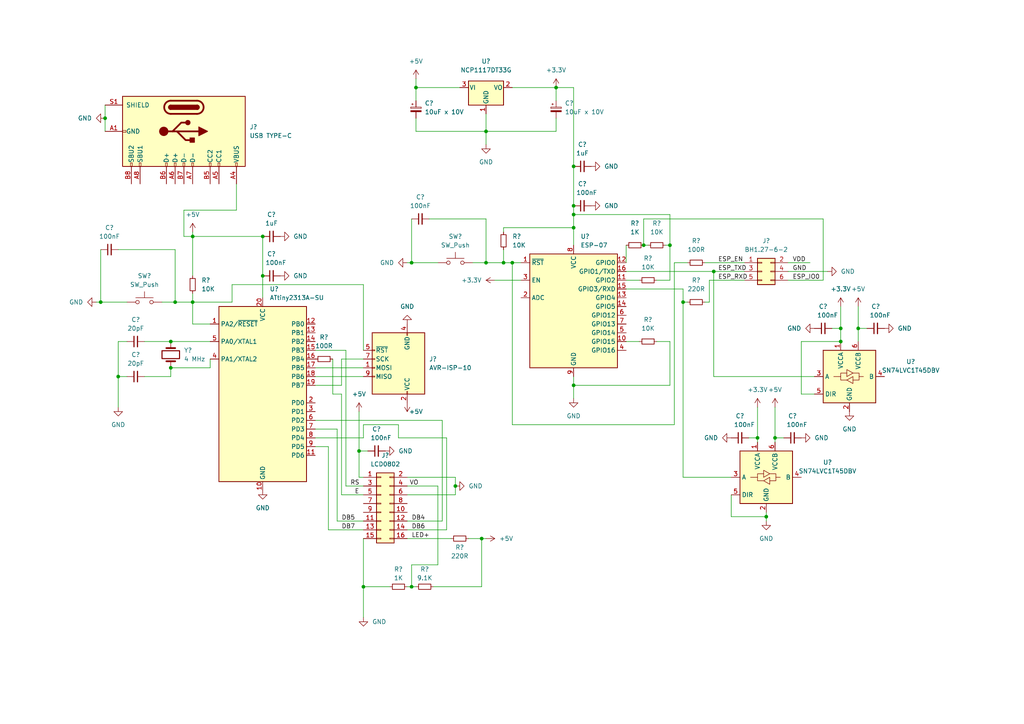
<source format=kicad_sch>
(kicad_sch (version 20211123) (generator eeschema)

  (uuid 50155ae6-d249-4e0e-8ca9-1e99ebc38427)

  (paper "A4")

  (lib_symbols
    (symbol "Connector:AVR-ISP-10" (pin_names (offset 1.016)) (in_bom yes) (on_board yes)
      (property "Reference" "J" (id 0) (at -6.35 11.43 0)
        (effects (font (size 1.27 1.27)) (justify left))
      )
      (property "Value" "AVR-ISP-10" (id 1) (at 0 11.43 0)
        (effects (font (size 1.27 1.27)) (justify left))
      )
      (property "Footprint" "" (id 2) (at -6.35 1.27 90)
        (effects (font (size 1.27 1.27)) hide)
      )
      (property "Datasheet" " ~" (id 3) (at -32.385 -13.97 0)
        (effects (font (size 1.27 1.27)) hide)
      )
      (property "ki_keywords" "AVR ISP Connector" (id 4) (at 0 0 0)
        (effects (font (size 1.27 1.27)) hide)
      )
      (property "ki_description" "Atmel 10-pin ISP connector" (id 5) (at 0 0 0)
        (effects (font (size 1.27 1.27)) hide)
      )
      (property "ki_fp_filters" "IDC?Header*2x05* Pin?Header*2x05*" (id 6) (at 0 0 0)
        (effects (font (size 1.27 1.27)) hide)
      )
      (symbol "AVR-ISP-10_0_1"
        (rectangle (start -2.667 -6.858) (end -2.413 -7.62)
          (stroke (width 0) (type default) (color 0 0 0 0))
          (fill (type none))
        )
        (rectangle (start -2.667 10.16) (end -2.413 9.398)
          (stroke (width 0) (type default) (color 0 0 0 0))
          (fill (type none))
        )
        (rectangle (start 7.62 -2.413) (end 6.858 -2.667)
          (stroke (width 0) (type default) (color 0 0 0 0))
          (fill (type none))
        )
        (rectangle (start 7.62 0.127) (end 6.858 -0.127)
          (stroke (width 0) (type default) (color 0 0 0 0))
          (fill (type none))
        )
        (rectangle (start 7.62 2.667) (end 6.858 2.413)
          (stroke (width 0) (type default) (color 0 0 0 0))
          (fill (type none))
        )
        (rectangle (start 7.62 5.207) (end 6.858 4.953)
          (stroke (width 0) (type default) (color 0 0 0 0))
          (fill (type none))
        )
        (rectangle (start 7.62 10.16) (end -7.62 -7.62)
          (stroke (width 0.254) (type default) (color 0 0 0 0))
          (fill (type background))
        )
      )
      (symbol "AVR-ISP-10_1_1"
        (pin passive line (at 10.16 2.54 180) (length 2.54)
          (name "MOSI" (effects (font (size 1.27 1.27))))
          (number "1" (effects (font (size 1.27 1.27))))
        )
        (pin passive line (at -2.54 -10.16 90) (length 2.54) hide
          (name "GND" (effects (font (size 1.27 1.27))))
          (number "10" (effects (font (size 1.27 1.27))))
        )
        (pin passive line (at -2.54 12.7 270) (length 2.54)
          (name "VCC" (effects (font (size 1.27 1.27))))
          (number "2" (effects (font (size 1.27 1.27))))
        )
        (pin no_connect line (at 7.62 -5.08 180) (length 2.54) hide
          (name "NC" (effects (font (size 1.27 1.27))))
          (number "3" (effects (font (size 1.27 1.27))))
        )
        (pin passive line (at -2.54 -10.16 90) (length 2.54)
          (name "GND" (effects (font (size 1.27 1.27))))
          (number "4" (effects (font (size 1.27 1.27))))
        )
        (pin passive line (at 10.16 -2.54 180) (length 2.54)
          (name "~{RST}" (effects (font (size 1.27 1.27))))
          (number "5" (effects (font (size 1.27 1.27))))
        )
        (pin passive line (at -2.54 -10.16 90) (length 2.54) hide
          (name "GND" (effects (font (size 1.27 1.27))))
          (number "6" (effects (font (size 1.27 1.27))))
        )
        (pin passive line (at 10.16 0 180) (length 2.54)
          (name "SCK" (effects (font (size 1.27 1.27))))
          (number "7" (effects (font (size 1.27 1.27))))
        )
        (pin passive line (at -2.54 -10.16 90) (length 2.54) hide
          (name "GND" (effects (font (size 1.27 1.27))))
          (number "8" (effects (font (size 1.27 1.27))))
        )
        (pin passive line (at 10.16 5.08 180) (length 2.54)
          (name "MISO" (effects (font (size 1.27 1.27))))
          (number "9" (effects (font (size 1.27 1.27))))
        )
      )
    )
    (symbol "Connector:USB_C_Receptacle_USB2.0" (pin_names (offset 1.016)) (in_bom yes) (on_board yes)
      (property "Reference" "J" (id 0) (at -10.16 19.05 0)
        (effects (font (size 1.27 1.27)) (justify left))
      )
      (property "Value" "USB_C_Receptacle_USB2.0" (id 1) (at 19.05 19.05 0)
        (effects (font (size 1.27 1.27)) (justify right))
      )
      (property "Footprint" "" (id 2) (at 3.81 0 0)
        (effects (font (size 1.27 1.27)) hide)
      )
      (property "Datasheet" "https://www.usb.org/sites/default/files/documents/usb_type-c.zip" (id 3) (at 3.81 0 0)
        (effects (font (size 1.27 1.27)) hide)
      )
      (property "ki_keywords" "usb universal serial bus type-C USB2.0" (id 4) (at 0 0 0)
        (effects (font (size 1.27 1.27)) hide)
      )
      (property "ki_description" "USB 2.0-only Type-C Receptacle connector" (id 5) (at 0 0 0)
        (effects (font (size 1.27 1.27)) hide)
      )
      (property "ki_fp_filters" "USB*C*Receptacle*" (id 6) (at 0 0 0)
        (effects (font (size 1.27 1.27)) hide)
      )
      (symbol "USB_C_Receptacle_USB2.0_0_0"
        (rectangle (start -0.254 -17.78) (end 0.254 -16.764)
          (stroke (width 0) (type default) (color 0 0 0 0))
          (fill (type none))
        )
        (rectangle (start 10.16 -14.986) (end 9.144 -15.494)
          (stroke (width 0) (type default) (color 0 0 0 0))
          (fill (type none))
        )
        (rectangle (start 10.16 -12.446) (end 9.144 -12.954)
          (stroke (width 0) (type default) (color 0 0 0 0))
          (fill (type none))
        )
        (rectangle (start 10.16 -4.826) (end 9.144 -5.334)
          (stroke (width 0) (type default) (color 0 0 0 0))
          (fill (type none))
        )
        (rectangle (start 10.16 -2.286) (end 9.144 -2.794)
          (stroke (width 0) (type default) (color 0 0 0 0))
          (fill (type none))
        )
        (rectangle (start 10.16 0.254) (end 9.144 -0.254)
          (stroke (width 0) (type default) (color 0 0 0 0))
          (fill (type none))
        )
        (rectangle (start 10.16 2.794) (end 9.144 2.286)
          (stroke (width 0) (type default) (color 0 0 0 0))
          (fill (type none))
        )
        (rectangle (start 10.16 7.874) (end 9.144 7.366)
          (stroke (width 0) (type default) (color 0 0 0 0))
          (fill (type none))
        )
        (rectangle (start 10.16 10.414) (end 9.144 9.906)
          (stroke (width 0) (type default) (color 0 0 0 0))
          (fill (type none))
        )
        (rectangle (start 10.16 15.494) (end 9.144 14.986)
          (stroke (width 0) (type default) (color 0 0 0 0))
          (fill (type none))
        )
      )
      (symbol "USB_C_Receptacle_USB2.0_0_1"
        (rectangle (start -10.16 17.78) (end 10.16 -17.78)
          (stroke (width 0.254) (type default) (color 0 0 0 0))
          (fill (type background))
        )
        (arc (start -8.89 -3.81) (mid -6.985 -5.715) (end -5.08 -3.81)
          (stroke (width 0.508) (type default) (color 0 0 0 0))
          (fill (type none))
        )
        (arc (start -7.62 -3.81) (mid -6.985 -4.445) (end -6.35 -3.81)
          (stroke (width 0.254) (type default) (color 0 0 0 0))
          (fill (type none))
        )
        (arc (start -7.62 -3.81) (mid -6.985 -4.445) (end -6.35 -3.81)
          (stroke (width 0.254) (type default) (color 0 0 0 0))
          (fill (type outline))
        )
        (rectangle (start -7.62 -3.81) (end -6.35 3.81)
          (stroke (width 0.254) (type default) (color 0 0 0 0))
          (fill (type outline))
        )
        (arc (start -6.35 3.81) (mid -6.985 4.445) (end -7.62 3.81)
          (stroke (width 0.254) (type default) (color 0 0 0 0))
          (fill (type none))
        )
        (arc (start -6.35 3.81) (mid -6.985 4.445) (end -7.62 3.81)
          (stroke (width 0.254) (type default) (color 0 0 0 0))
          (fill (type outline))
        )
        (arc (start -5.08 3.81) (mid -6.985 5.715) (end -8.89 3.81)
          (stroke (width 0.508) (type default) (color 0 0 0 0))
          (fill (type none))
        )
        (circle (center -2.54 1.143) (radius 0.635)
          (stroke (width 0.254) (type default) (color 0 0 0 0))
          (fill (type outline))
        )
        (circle (center 0 -5.842) (radius 1.27)
          (stroke (width 0) (type default) (color 0 0 0 0))
          (fill (type outline))
        )
        (polyline
          (pts
            (xy -8.89 -3.81)
            (xy -8.89 3.81)
          )
          (stroke (width 0.508) (type default) (color 0 0 0 0))
          (fill (type none))
        )
        (polyline
          (pts
            (xy -5.08 3.81)
            (xy -5.08 -3.81)
          )
          (stroke (width 0.508) (type default) (color 0 0 0 0))
          (fill (type none))
        )
        (polyline
          (pts
            (xy 0 -5.842)
            (xy 0 4.318)
          )
          (stroke (width 0.508) (type default) (color 0 0 0 0))
          (fill (type none))
        )
        (polyline
          (pts
            (xy 0 -3.302)
            (xy -2.54 -0.762)
            (xy -2.54 0.508)
          )
          (stroke (width 0.508) (type default) (color 0 0 0 0))
          (fill (type none))
        )
        (polyline
          (pts
            (xy 0 -2.032)
            (xy 2.54 0.508)
            (xy 2.54 1.778)
          )
          (stroke (width 0.508) (type default) (color 0 0 0 0))
          (fill (type none))
        )
        (polyline
          (pts
            (xy -1.27 4.318)
            (xy 0 6.858)
            (xy 1.27 4.318)
            (xy -1.27 4.318)
          )
          (stroke (width 0.254) (type default) (color 0 0 0 0))
          (fill (type outline))
        )
        (rectangle (start 1.905 1.778) (end 3.175 3.048)
          (stroke (width 0.254) (type default) (color 0 0 0 0))
          (fill (type outline))
        )
      )
      (symbol "USB_C_Receptacle_USB2.0_1_1"
        (pin passive line (at 0 -22.86 90) (length 5.08)
          (name "GND" (effects (font (size 1.27 1.27))))
          (number "A1" (effects (font (size 1.27 1.27))))
        )
        (pin passive line (at 0 -22.86 90) (length 5.08) hide
          (name "GND" (effects (font (size 1.27 1.27))))
          (number "A12" (effects (font (size 1.27 1.27))))
        )
        (pin passive line (at 15.24 15.24 180) (length 5.08)
          (name "VBUS" (effects (font (size 1.27 1.27))))
          (number "A4" (effects (font (size 1.27 1.27))))
        )
        (pin bidirectional line (at 15.24 10.16 180) (length 5.08)
          (name "CC1" (effects (font (size 1.27 1.27))))
          (number "A5" (effects (font (size 1.27 1.27))))
        )
        (pin bidirectional line (at 15.24 -2.54 180) (length 5.08)
          (name "D+" (effects (font (size 1.27 1.27))))
          (number "A6" (effects (font (size 1.27 1.27))))
        )
        (pin bidirectional line (at 15.24 2.54 180) (length 5.08)
          (name "D-" (effects (font (size 1.27 1.27))))
          (number "A7" (effects (font (size 1.27 1.27))))
        )
        (pin bidirectional line (at 15.24 -12.7 180) (length 5.08)
          (name "SBU1" (effects (font (size 1.27 1.27))))
          (number "A8" (effects (font (size 1.27 1.27))))
        )
        (pin passive line (at 15.24 15.24 180) (length 5.08) hide
          (name "VBUS" (effects (font (size 1.27 1.27))))
          (number "A9" (effects (font (size 1.27 1.27))))
        )
        (pin passive line (at 0 -22.86 90) (length 5.08) hide
          (name "GND" (effects (font (size 1.27 1.27))))
          (number "B1" (effects (font (size 1.27 1.27))))
        )
        (pin passive line (at 0 -22.86 90) (length 5.08) hide
          (name "GND" (effects (font (size 1.27 1.27))))
          (number "B12" (effects (font (size 1.27 1.27))))
        )
        (pin passive line (at 15.24 15.24 180) (length 5.08) hide
          (name "VBUS" (effects (font (size 1.27 1.27))))
          (number "B4" (effects (font (size 1.27 1.27))))
        )
        (pin bidirectional line (at 15.24 7.62 180) (length 5.08)
          (name "CC2" (effects (font (size 1.27 1.27))))
          (number "B5" (effects (font (size 1.27 1.27))))
        )
        (pin bidirectional line (at 15.24 -5.08 180) (length 5.08)
          (name "D+" (effects (font (size 1.27 1.27))))
          (number "B6" (effects (font (size 1.27 1.27))))
        )
        (pin bidirectional line (at 15.24 0 180) (length 5.08)
          (name "D-" (effects (font (size 1.27 1.27))))
          (number "B7" (effects (font (size 1.27 1.27))))
        )
        (pin bidirectional line (at 15.24 -15.24 180) (length 5.08)
          (name "SBU2" (effects (font (size 1.27 1.27))))
          (number "B8" (effects (font (size 1.27 1.27))))
        )
        (pin passive line (at 15.24 15.24 180) (length 5.08) hide
          (name "VBUS" (effects (font (size 1.27 1.27))))
          (number "B9" (effects (font (size 1.27 1.27))))
        )
        (pin passive line (at -7.62 -22.86 90) (length 5.08)
          (name "SHIELD" (effects (font (size 1.27 1.27))))
          (number "S1" (effects (font (size 1.27 1.27))))
        )
      )
    )
    (symbol "Connector_Generic:Conn_02x03_Odd_Even" (pin_names (offset 1.016) hide) (in_bom yes) (on_board yes)
      (property "Reference" "J" (id 0) (at 1.27 5.08 0)
        (effects (font (size 1.27 1.27)))
      )
      (property "Value" "Conn_02x03_Odd_Even" (id 1) (at 1.27 -5.08 0)
        (effects (font (size 1.27 1.27)))
      )
      (property "Footprint" "" (id 2) (at 0 0 0)
        (effects (font (size 1.27 1.27)) hide)
      )
      (property "Datasheet" "~" (id 3) (at 0 0 0)
        (effects (font (size 1.27 1.27)) hide)
      )
      (property "ki_keywords" "connector" (id 4) (at 0 0 0)
        (effects (font (size 1.27 1.27)) hide)
      )
      (property "ki_description" "Generic connector, double row, 02x03, odd/even pin numbering scheme (row 1 odd numbers, row 2 even numbers), script generated (kicad-library-utils/schlib/autogen/connector/)" (id 5) (at 0 0 0)
        (effects (font (size 1.27 1.27)) hide)
      )
      (property "ki_fp_filters" "Connector*:*_2x??_*" (id 6) (at 0 0 0)
        (effects (font (size 1.27 1.27)) hide)
      )
      (symbol "Conn_02x03_Odd_Even_1_1"
        (rectangle (start -1.27 -2.413) (end 0 -2.667)
          (stroke (width 0.1524) (type default) (color 0 0 0 0))
          (fill (type none))
        )
        (rectangle (start -1.27 0.127) (end 0 -0.127)
          (stroke (width 0.1524) (type default) (color 0 0 0 0))
          (fill (type none))
        )
        (rectangle (start -1.27 2.667) (end 0 2.413)
          (stroke (width 0.1524) (type default) (color 0 0 0 0))
          (fill (type none))
        )
        (rectangle (start -1.27 3.81) (end 3.81 -3.81)
          (stroke (width 0.254) (type default) (color 0 0 0 0))
          (fill (type background))
        )
        (rectangle (start 3.81 -2.413) (end 2.54 -2.667)
          (stroke (width 0.1524) (type default) (color 0 0 0 0))
          (fill (type none))
        )
        (rectangle (start 3.81 0.127) (end 2.54 -0.127)
          (stroke (width 0.1524) (type default) (color 0 0 0 0))
          (fill (type none))
        )
        (rectangle (start 3.81 2.667) (end 2.54 2.413)
          (stroke (width 0.1524) (type default) (color 0 0 0 0))
          (fill (type none))
        )
        (pin passive line (at -5.08 2.54 0) (length 3.81)
          (name "Pin_1" (effects (font (size 1.27 1.27))))
          (number "1" (effects (font (size 1.27 1.27))))
        )
        (pin passive line (at 7.62 2.54 180) (length 3.81)
          (name "Pin_2" (effects (font (size 1.27 1.27))))
          (number "2" (effects (font (size 1.27 1.27))))
        )
        (pin passive line (at -5.08 0 0) (length 3.81)
          (name "Pin_3" (effects (font (size 1.27 1.27))))
          (number "3" (effects (font (size 1.27 1.27))))
        )
        (pin passive line (at 7.62 0 180) (length 3.81)
          (name "Pin_4" (effects (font (size 1.27 1.27))))
          (number "4" (effects (font (size 1.27 1.27))))
        )
        (pin passive line (at -5.08 -2.54 0) (length 3.81)
          (name "Pin_5" (effects (font (size 1.27 1.27))))
          (number "5" (effects (font (size 1.27 1.27))))
        )
        (pin passive line (at 7.62 -2.54 180) (length 3.81)
          (name "Pin_6" (effects (font (size 1.27 1.27))))
          (number "6" (effects (font (size 1.27 1.27))))
        )
      )
    )
    (symbol "Connector_Generic:Conn_02x08_Odd_Even" (pin_names (offset 1.016) hide) (in_bom yes) (on_board yes)
      (property "Reference" "J" (id 0) (at 1.27 10.16 0)
        (effects (font (size 1.27 1.27)))
      )
      (property "Value" "Conn_02x08_Odd_Even" (id 1) (at 1.27 -12.7 0)
        (effects (font (size 1.27 1.27)))
      )
      (property "Footprint" "" (id 2) (at 0 0 0)
        (effects (font (size 1.27 1.27)) hide)
      )
      (property "Datasheet" "~" (id 3) (at 0 0 0)
        (effects (font (size 1.27 1.27)) hide)
      )
      (property "ki_keywords" "connector" (id 4) (at 0 0 0)
        (effects (font (size 1.27 1.27)) hide)
      )
      (property "ki_description" "Generic connector, double row, 02x08, odd/even pin numbering scheme (row 1 odd numbers, row 2 even numbers), script generated (kicad-library-utils/schlib/autogen/connector/)" (id 5) (at 0 0 0)
        (effects (font (size 1.27 1.27)) hide)
      )
      (property "ki_fp_filters" "Connector*:*_2x??_*" (id 6) (at 0 0 0)
        (effects (font (size 1.27 1.27)) hide)
      )
      (symbol "Conn_02x08_Odd_Even_1_1"
        (rectangle (start -1.27 -10.033) (end 0 -10.287)
          (stroke (width 0.1524) (type default) (color 0 0 0 0))
          (fill (type none))
        )
        (rectangle (start -1.27 -7.493) (end 0 -7.747)
          (stroke (width 0.1524) (type default) (color 0 0 0 0))
          (fill (type none))
        )
        (rectangle (start -1.27 -4.953) (end 0 -5.207)
          (stroke (width 0.1524) (type default) (color 0 0 0 0))
          (fill (type none))
        )
        (rectangle (start -1.27 -2.413) (end 0 -2.667)
          (stroke (width 0.1524) (type default) (color 0 0 0 0))
          (fill (type none))
        )
        (rectangle (start -1.27 0.127) (end 0 -0.127)
          (stroke (width 0.1524) (type default) (color 0 0 0 0))
          (fill (type none))
        )
        (rectangle (start -1.27 2.667) (end 0 2.413)
          (stroke (width 0.1524) (type default) (color 0 0 0 0))
          (fill (type none))
        )
        (rectangle (start -1.27 5.207) (end 0 4.953)
          (stroke (width 0.1524) (type default) (color 0 0 0 0))
          (fill (type none))
        )
        (rectangle (start -1.27 7.747) (end 0 7.493)
          (stroke (width 0.1524) (type default) (color 0 0 0 0))
          (fill (type none))
        )
        (rectangle (start -1.27 8.89) (end 3.81 -11.43)
          (stroke (width 0.254) (type default) (color 0 0 0 0))
          (fill (type background))
        )
        (rectangle (start 3.81 -10.033) (end 2.54 -10.287)
          (stroke (width 0.1524) (type default) (color 0 0 0 0))
          (fill (type none))
        )
        (rectangle (start 3.81 -7.493) (end 2.54 -7.747)
          (stroke (width 0.1524) (type default) (color 0 0 0 0))
          (fill (type none))
        )
        (rectangle (start 3.81 -4.953) (end 2.54 -5.207)
          (stroke (width 0.1524) (type default) (color 0 0 0 0))
          (fill (type none))
        )
        (rectangle (start 3.81 -2.413) (end 2.54 -2.667)
          (stroke (width 0.1524) (type default) (color 0 0 0 0))
          (fill (type none))
        )
        (rectangle (start 3.81 0.127) (end 2.54 -0.127)
          (stroke (width 0.1524) (type default) (color 0 0 0 0))
          (fill (type none))
        )
        (rectangle (start 3.81 2.667) (end 2.54 2.413)
          (stroke (width 0.1524) (type default) (color 0 0 0 0))
          (fill (type none))
        )
        (rectangle (start 3.81 5.207) (end 2.54 4.953)
          (stroke (width 0.1524) (type default) (color 0 0 0 0))
          (fill (type none))
        )
        (rectangle (start 3.81 7.747) (end 2.54 7.493)
          (stroke (width 0.1524) (type default) (color 0 0 0 0))
          (fill (type none))
        )
        (pin passive line (at -5.08 7.62 0) (length 3.81)
          (name "Pin_1" (effects (font (size 1.27 1.27))))
          (number "1" (effects (font (size 1.27 1.27))))
        )
        (pin passive line (at 7.62 -2.54 180) (length 3.81)
          (name "Pin_10" (effects (font (size 1.27 1.27))))
          (number "10" (effects (font (size 1.27 1.27))))
        )
        (pin passive line (at -5.08 -5.08 0) (length 3.81)
          (name "Pin_11" (effects (font (size 1.27 1.27))))
          (number "11" (effects (font (size 1.27 1.27))))
        )
        (pin passive line (at 7.62 -5.08 180) (length 3.81)
          (name "Pin_12" (effects (font (size 1.27 1.27))))
          (number "12" (effects (font (size 1.27 1.27))))
        )
        (pin passive line (at -5.08 -7.62 0) (length 3.81)
          (name "Pin_13" (effects (font (size 1.27 1.27))))
          (number "13" (effects (font (size 1.27 1.27))))
        )
        (pin passive line (at 7.62 -7.62 180) (length 3.81)
          (name "Pin_14" (effects (font (size 1.27 1.27))))
          (number "14" (effects (font (size 1.27 1.27))))
        )
        (pin passive line (at -5.08 -10.16 0) (length 3.81)
          (name "Pin_15" (effects (font (size 1.27 1.27))))
          (number "15" (effects (font (size 1.27 1.27))))
        )
        (pin passive line (at 7.62 -10.16 180) (length 3.81)
          (name "Pin_16" (effects (font (size 1.27 1.27))))
          (number "16" (effects (font (size 1.27 1.27))))
        )
        (pin passive line (at 7.62 7.62 180) (length 3.81)
          (name "Pin_2" (effects (font (size 1.27 1.27))))
          (number "2" (effects (font (size 1.27 1.27))))
        )
        (pin passive line (at -5.08 5.08 0) (length 3.81)
          (name "Pin_3" (effects (font (size 1.27 1.27))))
          (number "3" (effects (font (size 1.27 1.27))))
        )
        (pin passive line (at 7.62 5.08 180) (length 3.81)
          (name "Pin_4" (effects (font (size 1.27 1.27))))
          (number "4" (effects (font (size 1.27 1.27))))
        )
        (pin passive line (at -5.08 2.54 0) (length 3.81)
          (name "Pin_5" (effects (font (size 1.27 1.27))))
          (number "5" (effects (font (size 1.27 1.27))))
        )
        (pin passive line (at 7.62 2.54 180) (length 3.81)
          (name "Pin_6" (effects (font (size 1.27 1.27))))
          (number "6" (effects (font (size 1.27 1.27))))
        )
        (pin passive line (at -5.08 0 0) (length 3.81)
          (name "Pin_7" (effects (font (size 1.27 1.27))))
          (number "7" (effects (font (size 1.27 1.27))))
        )
        (pin passive line (at 7.62 0 180) (length 3.81)
          (name "Pin_8" (effects (font (size 1.27 1.27))))
          (number "8" (effects (font (size 1.27 1.27))))
        )
        (pin passive line (at -5.08 -2.54 0) (length 3.81)
          (name "Pin_9" (effects (font (size 1.27 1.27))))
          (number "9" (effects (font (size 1.27 1.27))))
        )
      )
    )
    (symbol "Device:C_Polarized_Small" (pin_numbers hide) (pin_names (offset 0.254) hide) (in_bom yes) (on_board yes)
      (property "Reference" "C" (id 0) (at 0.254 1.778 0)
        (effects (font (size 1.27 1.27)) (justify left))
      )
      (property "Value" "C_Polarized_Small" (id 1) (at 0.254 -2.032 0)
        (effects (font (size 1.27 1.27)) (justify left))
      )
      (property "Footprint" "" (id 2) (at 0 0 0)
        (effects (font (size 1.27 1.27)) hide)
      )
      (property "Datasheet" "~" (id 3) (at 0 0 0)
        (effects (font (size 1.27 1.27)) hide)
      )
      (property "ki_keywords" "cap capacitor" (id 4) (at 0 0 0)
        (effects (font (size 1.27 1.27)) hide)
      )
      (property "ki_description" "Polarized capacitor, small symbol" (id 5) (at 0 0 0)
        (effects (font (size 1.27 1.27)) hide)
      )
      (property "ki_fp_filters" "CP_*" (id 6) (at 0 0 0)
        (effects (font (size 1.27 1.27)) hide)
      )
      (symbol "C_Polarized_Small_0_1"
        (rectangle (start -1.524 -0.3048) (end 1.524 -0.6858)
          (stroke (width 0) (type default) (color 0 0 0 0))
          (fill (type outline))
        )
        (rectangle (start -1.524 0.6858) (end 1.524 0.3048)
          (stroke (width 0) (type default) (color 0 0 0 0))
          (fill (type none))
        )
        (polyline
          (pts
            (xy -1.27 1.524)
            (xy -0.762 1.524)
          )
          (stroke (width 0) (type default) (color 0 0 0 0))
          (fill (type none))
        )
        (polyline
          (pts
            (xy -1.016 1.27)
            (xy -1.016 1.778)
          )
          (stroke (width 0) (type default) (color 0 0 0 0))
          (fill (type none))
        )
      )
      (symbol "C_Polarized_Small_1_1"
        (pin passive line (at 0 2.54 270) (length 1.8542)
          (name "~" (effects (font (size 1.27 1.27))))
          (number "1" (effects (font (size 1.27 1.27))))
        )
        (pin passive line (at 0 -2.54 90) (length 1.8542)
          (name "~" (effects (font (size 1.27 1.27))))
          (number "2" (effects (font (size 1.27 1.27))))
        )
      )
    )
    (symbol "Device:C_Small" (pin_numbers hide) (pin_names (offset 0.254) hide) (in_bom yes) (on_board yes)
      (property "Reference" "C" (id 0) (at 0.254 1.778 0)
        (effects (font (size 1.27 1.27)) (justify left))
      )
      (property "Value" "C_Small" (id 1) (at 0.254 -2.032 0)
        (effects (font (size 1.27 1.27)) (justify left))
      )
      (property "Footprint" "" (id 2) (at 0 0 0)
        (effects (font (size 1.27 1.27)) hide)
      )
      (property "Datasheet" "~" (id 3) (at 0 0 0)
        (effects (font (size 1.27 1.27)) hide)
      )
      (property "ki_keywords" "capacitor cap" (id 4) (at 0 0 0)
        (effects (font (size 1.27 1.27)) hide)
      )
      (property "ki_description" "Unpolarized capacitor, small symbol" (id 5) (at 0 0 0)
        (effects (font (size 1.27 1.27)) hide)
      )
      (property "ki_fp_filters" "C_*" (id 6) (at 0 0 0)
        (effects (font (size 1.27 1.27)) hide)
      )
      (symbol "C_Small_0_1"
        (polyline
          (pts
            (xy -1.524 -0.508)
            (xy 1.524 -0.508)
          )
          (stroke (width 0.3302) (type default) (color 0 0 0 0))
          (fill (type none))
        )
        (polyline
          (pts
            (xy -1.524 0.508)
            (xy 1.524 0.508)
          )
          (stroke (width 0.3048) (type default) (color 0 0 0 0))
          (fill (type none))
        )
      )
      (symbol "C_Small_1_1"
        (pin passive line (at 0 2.54 270) (length 2.032)
          (name "~" (effects (font (size 1.27 1.27))))
          (number "1" (effects (font (size 1.27 1.27))))
        )
        (pin passive line (at 0 -2.54 90) (length 2.032)
          (name "~" (effects (font (size 1.27 1.27))))
          (number "2" (effects (font (size 1.27 1.27))))
        )
      )
    )
    (symbol "Device:Crystal" (pin_numbers hide) (pin_names (offset 1.016) hide) (in_bom yes) (on_board yes)
      (property "Reference" "Y" (id 0) (at 0 3.81 0)
        (effects (font (size 1.27 1.27)))
      )
      (property "Value" "Crystal" (id 1) (at 0 -3.81 0)
        (effects (font (size 1.27 1.27)))
      )
      (property "Footprint" "" (id 2) (at 0 0 0)
        (effects (font (size 1.27 1.27)) hide)
      )
      (property "Datasheet" "~" (id 3) (at 0 0 0)
        (effects (font (size 1.27 1.27)) hide)
      )
      (property "ki_keywords" "quartz ceramic resonator oscillator" (id 4) (at 0 0 0)
        (effects (font (size 1.27 1.27)) hide)
      )
      (property "ki_description" "Two pin crystal" (id 5) (at 0 0 0)
        (effects (font (size 1.27 1.27)) hide)
      )
      (property "ki_fp_filters" "Crystal*" (id 6) (at 0 0 0)
        (effects (font (size 1.27 1.27)) hide)
      )
      (symbol "Crystal_0_1"
        (rectangle (start -1.143 2.54) (end 1.143 -2.54)
          (stroke (width 0.3048) (type default) (color 0 0 0 0))
          (fill (type none))
        )
        (polyline
          (pts
            (xy -2.54 0)
            (xy -1.905 0)
          )
          (stroke (width 0) (type default) (color 0 0 0 0))
          (fill (type none))
        )
        (polyline
          (pts
            (xy -1.905 -1.27)
            (xy -1.905 1.27)
          )
          (stroke (width 0.508) (type default) (color 0 0 0 0))
          (fill (type none))
        )
        (polyline
          (pts
            (xy 1.905 -1.27)
            (xy 1.905 1.27)
          )
          (stroke (width 0.508) (type default) (color 0 0 0 0))
          (fill (type none))
        )
        (polyline
          (pts
            (xy 2.54 0)
            (xy 1.905 0)
          )
          (stroke (width 0) (type default) (color 0 0 0 0))
          (fill (type none))
        )
      )
      (symbol "Crystal_1_1"
        (pin passive line (at -3.81 0 0) (length 1.27)
          (name "1" (effects (font (size 1.27 1.27))))
          (number "1" (effects (font (size 1.27 1.27))))
        )
        (pin passive line (at 3.81 0 180) (length 1.27)
          (name "2" (effects (font (size 1.27 1.27))))
          (number "2" (effects (font (size 1.27 1.27))))
        )
      )
    )
    (symbol "Device:R_Small" (pin_numbers hide) (pin_names (offset 0.254) hide) (in_bom yes) (on_board yes)
      (property "Reference" "R" (id 0) (at 0.762 0.508 0)
        (effects (font (size 1.27 1.27)) (justify left))
      )
      (property "Value" "R_Small" (id 1) (at 0.762 -1.016 0)
        (effects (font (size 1.27 1.27)) (justify left))
      )
      (property "Footprint" "" (id 2) (at 0 0 0)
        (effects (font (size 1.27 1.27)) hide)
      )
      (property "Datasheet" "~" (id 3) (at 0 0 0)
        (effects (font (size 1.27 1.27)) hide)
      )
      (property "ki_keywords" "R resistor" (id 4) (at 0 0 0)
        (effects (font (size 1.27 1.27)) hide)
      )
      (property "ki_description" "Resistor, small symbol" (id 5) (at 0 0 0)
        (effects (font (size 1.27 1.27)) hide)
      )
      (property "ki_fp_filters" "R_*" (id 6) (at 0 0 0)
        (effects (font (size 1.27 1.27)) hide)
      )
      (symbol "R_Small_0_1"
        (rectangle (start -0.762 1.778) (end 0.762 -1.778)
          (stroke (width 0.2032) (type default) (color 0 0 0 0))
          (fill (type none))
        )
      )
      (symbol "R_Small_1_1"
        (pin passive line (at 0 2.54 270) (length 0.762)
          (name "~" (effects (font (size 1.27 1.27))))
          (number "1" (effects (font (size 1.27 1.27))))
        )
        (pin passive line (at 0 -2.54 90) (length 0.762)
          (name "~" (effects (font (size 1.27 1.27))))
          (number "2" (effects (font (size 1.27 1.27))))
        )
      )
    )
    (symbol "Logic_LevelTranslator:SN74LVC1T45DBV" (in_bom yes) (on_board yes)
      (property "Reference" "U" (id 0) (at -6.35 8.89 0)
        (effects (font (size 1.27 1.27)))
      )
      (property "Value" "SN74LVC1T45DBV" (id 1) (at 3.81 8.89 0)
        (effects (font (size 1.27 1.27)) (justify left))
      )
      (property "Footprint" "Package_TO_SOT_SMD:SOT-23-6" (id 2) (at 0 -11.43 0)
        (effects (font (size 1.27 1.27)) hide)
      )
      (property "Datasheet" "http://www.ti.com/lit/ds/symlink/sn74lvc1t45.pdf" (id 3) (at -22.86 -16.51 0)
        (effects (font (size 1.27 1.27)) hide)
      )
      (property "ki_keywords" "Level-Shifter CMOS-TTL-Translation" (id 4) (at 0 0 0)
        (effects (font (size 1.27 1.27)) hide)
      )
      (property "ki_description" "Single-Bit Dual-Supply Bus Transceiver With Configurable Voltage Translation and 3-State Outputs, SOT-23-6" (id 5) (at 0 0 0)
        (effects (font (size 1.27 1.27)) hide)
      )
      (property "ki_fp_filters" "SOT?23*" (id 6) (at 0 0 0)
        (effects (font (size 1.27 1.27)) hide)
      )
      (symbol "SN74LVC1T45DBV_0_1"
        (rectangle (start -7.62 7.62) (end 7.62 -7.62)
          (stroke (width 0.254) (type default) (color 0 0 0 0))
          (fill (type background))
        )
        (polyline
          (pts
            (xy -2.54 0)
            (xy -2.54 1.016)
            (xy -0.762 1.016)
          )
          (stroke (width 0) (type default) (color 0 0 0 0))
          (fill (type none))
        )
        (polyline
          (pts
            (xy 2.794 0)
            (xy 2.794 -1.016)
            (xy 1.016 -1.016)
          )
          (stroke (width 0) (type default) (color 0 0 0 0))
          (fill (type none))
        )
        (polyline
          (pts
            (xy -0.762 -1.016)
            (xy -2.54 -1.016)
            (xy -2.54 0)
            (xy -4.572 0)
          )
          (stroke (width 0) (type default) (color 0 0 0 0))
          (fill (type none))
        )
        (polyline
          (pts
            (xy -0.762 0)
            (xy -0.762 2.032)
            (xy 1.016 1.016)
            (xy -0.762 0)
          )
          (stroke (width 0) (type default) (color 0 0 0 0))
          (fill (type none))
        )
        (polyline
          (pts
            (xy 1.016 1.016)
            (xy 2.794 1.016)
            (xy 2.794 0)
            (xy 4.064 0)
          )
          (stroke (width 0) (type default) (color 0 0 0 0))
          (fill (type none))
        )
        (polyline
          (pts
            (xy 1.016 0)
            (xy 1.016 -1.778)
            (xy 1.016 -2.032)
            (xy -0.762 -1.016)
            (xy 1.016 0)
          )
          (stroke (width 0) (type default) (color 0 0 0 0))
          (fill (type none))
        )
      )
      (symbol "SN74LVC1T45DBV_1_1"
        (pin power_in line (at -2.54 10.16 270) (length 2.54)
          (name "VCCA" (effects (font (size 1.27 1.27))))
          (number "1" (effects (font (size 1.27 1.27))))
        )
        (pin power_in line (at 0 -10.16 90) (length 2.54)
          (name "GND" (effects (font (size 1.27 1.27))))
          (number "2" (effects (font (size 1.27 1.27))))
        )
        (pin bidirectional line (at -10.16 0 0) (length 2.54)
          (name "A" (effects (font (size 1.27 1.27))))
          (number "3" (effects (font (size 1.27 1.27))))
        )
        (pin bidirectional line (at 10.16 0 180) (length 2.54)
          (name "B" (effects (font (size 1.27 1.27))))
          (number "4" (effects (font (size 1.27 1.27))))
        )
        (pin input line (at -10.16 -5.08 0) (length 2.54)
          (name "DIR" (effects (font (size 1.27 1.27))))
          (number "5" (effects (font (size 1.27 1.27))))
        )
        (pin power_in line (at 2.54 10.16 270) (length 2.54)
          (name "VCCB" (effects (font (size 1.27 1.27))))
          (number "6" (effects (font (size 1.27 1.27))))
        )
      )
    )
    (symbol "MCU_Microchip_ATtiny:ATtiny2313A-S" (in_bom yes) (on_board yes)
      (property "Reference" "U" (id 0) (at -12.7 26.67 0)
        (effects (font (size 1.27 1.27)) (justify left bottom))
      )
      (property "Value" "ATtiny2313A-S" (id 1) (at 2.54 -26.67 0)
        (effects (font (size 1.27 1.27)) (justify left top))
      )
      (property "Footprint" "Package_SO:SOIC-20W_7.5x12.8mm_P1.27mm" (id 2) (at 0 0 0)
        (effects (font (size 1.27 1.27) italic) hide)
      )
      (property "Datasheet" "http://ww1.microchip.com/downloads/en/DeviceDoc/doc8246.pdf" (id 3) (at 0 0 0)
        (effects (font (size 1.27 1.27)) hide)
      )
      (property "ki_keywords" "AVR 8bit Microcontroller tinyAVR" (id 4) (at 0 0 0)
        (effects (font (size 1.27 1.27)) hide)
      )
      (property "ki_description" "20MHz, 2kB Flash, 128B SRAM, 128B EEPROM, SOIC-20" (id 5) (at 0 0 0)
        (effects (font (size 1.27 1.27)) hide)
      )
      (property "ki_fp_filters" "SOIC*7.5x12.8mm*P1.27mm*" (id 6) (at 0 0 0)
        (effects (font (size 1.27 1.27)) hide)
      )
      (symbol "ATtiny2313A-S_0_1"
        (rectangle (start -12.7 -25.4) (end 12.7 25.4)
          (stroke (width 0.254) (type default) (color 0 0 0 0))
          (fill (type background))
        )
      )
      (symbol "ATtiny2313A-S_1_1"
        (pin bidirectional line (at -15.24 20.32 0) (length 2.54)
          (name "PA2/~{RESET}" (effects (font (size 1.27 1.27))))
          (number "1" (effects (font (size 1.27 1.27))))
        )
        (pin power_in line (at 0 -27.94 90) (length 2.54)
          (name "GND" (effects (font (size 1.27 1.27))))
          (number "10" (effects (font (size 1.27 1.27))))
        )
        (pin bidirectional line (at 15.24 -17.78 180) (length 2.54)
          (name "PD6" (effects (font (size 1.27 1.27))))
          (number "11" (effects (font (size 1.27 1.27))))
        )
        (pin bidirectional line (at 15.24 20.32 180) (length 2.54)
          (name "PB0" (effects (font (size 1.27 1.27))))
          (number "12" (effects (font (size 1.27 1.27))))
        )
        (pin bidirectional line (at 15.24 17.78 180) (length 2.54)
          (name "PB1" (effects (font (size 1.27 1.27))))
          (number "13" (effects (font (size 1.27 1.27))))
        )
        (pin bidirectional line (at 15.24 15.24 180) (length 2.54)
          (name "PB2" (effects (font (size 1.27 1.27))))
          (number "14" (effects (font (size 1.27 1.27))))
        )
        (pin bidirectional line (at 15.24 12.7 180) (length 2.54)
          (name "PB3" (effects (font (size 1.27 1.27))))
          (number "15" (effects (font (size 1.27 1.27))))
        )
        (pin bidirectional line (at 15.24 10.16 180) (length 2.54)
          (name "PB4" (effects (font (size 1.27 1.27))))
          (number "16" (effects (font (size 1.27 1.27))))
        )
        (pin bidirectional line (at 15.24 7.62 180) (length 2.54)
          (name "PB5" (effects (font (size 1.27 1.27))))
          (number "17" (effects (font (size 1.27 1.27))))
        )
        (pin bidirectional line (at 15.24 5.08 180) (length 2.54)
          (name "PB6" (effects (font (size 1.27 1.27))))
          (number "18" (effects (font (size 1.27 1.27))))
        )
        (pin bidirectional line (at 15.24 2.54 180) (length 2.54)
          (name "PB7" (effects (font (size 1.27 1.27))))
          (number "19" (effects (font (size 1.27 1.27))))
        )
        (pin bidirectional line (at 15.24 -2.54 180) (length 2.54)
          (name "PD0" (effects (font (size 1.27 1.27))))
          (number "2" (effects (font (size 1.27 1.27))))
        )
        (pin power_in line (at 0 27.94 270) (length 2.54)
          (name "VCC" (effects (font (size 1.27 1.27))))
          (number "20" (effects (font (size 1.27 1.27))))
        )
        (pin bidirectional line (at 15.24 -5.08 180) (length 2.54)
          (name "PD1" (effects (font (size 1.27 1.27))))
          (number "3" (effects (font (size 1.27 1.27))))
        )
        (pin bidirectional line (at -15.24 10.16 0) (length 2.54)
          (name "PA1/XTAL2" (effects (font (size 1.27 1.27))))
          (number "4" (effects (font (size 1.27 1.27))))
        )
        (pin bidirectional line (at -15.24 15.24 0) (length 2.54)
          (name "PA0/XTAL1" (effects (font (size 1.27 1.27))))
          (number "5" (effects (font (size 1.27 1.27))))
        )
        (pin bidirectional line (at 15.24 -7.62 180) (length 2.54)
          (name "PD2" (effects (font (size 1.27 1.27))))
          (number "6" (effects (font (size 1.27 1.27))))
        )
        (pin bidirectional line (at 15.24 -10.16 180) (length 2.54)
          (name "PD3" (effects (font (size 1.27 1.27))))
          (number "7" (effects (font (size 1.27 1.27))))
        )
        (pin bidirectional line (at 15.24 -12.7 180) (length 2.54)
          (name "PD4" (effects (font (size 1.27 1.27))))
          (number "8" (effects (font (size 1.27 1.27))))
        )
        (pin bidirectional line (at 15.24 -15.24 180) (length 2.54)
          (name "PD5" (effects (font (size 1.27 1.27))))
          (number "9" (effects (font (size 1.27 1.27))))
        )
      )
    )
    (symbol "RF_Module:ESP-07" (in_bom yes) (on_board yes)
      (property "Reference" "U" (id 0) (at -12.7 19.05 0)
        (effects (font (size 1.27 1.27)) (justify left))
      )
      (property "Value" "ESP-07" (id 1) (at 12.7 19.05 0)
        (effects (font (size 1.27 1.27)) (justify right))
      )
      (property "Footprint" "RF_Module:ESP-07" (id 2) (at 0 0 0)
        (effects (font (size 1.27 1.27)) hide)
      )
      (property "Datasheet" "http://wiki.ai-thinker.com/_media/esp8266/esp8266_series_modules_user_manual_v1.1.pdf" (id 3) (at -8.89 2.54 0)
        (effects (font (size 1.27 1.27)) hide)
      )
      (property "ki_keywords" "802.11 Wi-Fi" (id 4) (at 0 0 0)
        (effects (font (size 1.27 1.27)) hide)
      )
      (property "ki_description" "802.11 b/g/n Wi-Fi Module" (id 5) (at 0 0 0)
        (effects (font (size 1.27 1.27)) hide)
      )
      (property "ki_fp_filters" "ESP?07*" (id 6) (at 0 0 0)
        (effects (font (size 1.27 1.27)) hide)
      )
      (symbol "ESP-07_0_1"
        (rectangle (start -12.7 17.78) (end 12.7 -15.24)
          (stroke (width 0.254) (type default) (color 0 0 0 0))
          (fill (type background))
        )
      )
      (symbol "ESP-07_1_1"
        (pin input line (at -15.24 15.24 0) (length 2.54)
          (name "~{RST}" (effects (font (size 1.27 1.27))))
          (number "1" (effects (font (size 1.27 1.27))))
        )
        (pin bidirectional line (at 15.24 -7.62 180) (length 2.54)
          (name "GPIO15" (effects (font (size 1.27 1.27))))
          (number "10" (effects (font (size 1.27 1.27))))
        )
        (pin bidirectional line (at 15.24 10.16 180) (length 2.54)
          (name "GPIO2" (effects (font (size 1.27 1.27))))
          (number "11" (effects (font (size 1.27 1.27))))
        )
        (pin bidirectional line (at 15.24 15.24 180) (length 2.54)
          (name "GPIO0" (effects (font (size 1.27 1.27))))
          (number "12" (effects (font (size 1.27 1.27))))
        )
        (pin bidirectional line (at 15.24 5.08 180) (length 2.54)
          (name "GPIO4" (effects (font (size 1.27 1.27))))
          (number "13" (effects (font (size 1.27 1.27))))
        )
        (pin bidirectional line (at 15.24 2.54 180) (length 2.54)
          (name "GPIO5" (effects (font (size 1.27 1.27))))
          (number "14" (effects (font (size 1.27 1.27))))
        )
        (pin bidirectional line (at 15.24 7.62 180) (length 2.54)
          (name "GPIO3/RXD" (effects (font (size 1.27 1.27))))
          (number "15" (effects (font (size 1.27 1.27))))
        )
        (pin bidirectional line (at 15.24 12.7 180) (length 2.54)
          (name "GPIO1/TXD" (effects (font (size 1.27 1.27))))
          (number "16" (effects (font (size 1.27 1.27))))
        )
        (pin input line (at -15.24 5.08 0) (length 2.54)
          (name "ADC" (effects (font (size 1.27 1.27))))
          (number "2" (effects (font (size 1.27 1.27))))
        )
        (pin input line (at -15.24 10.16 0) (length 2.54)
          (name "EN" (effects (font (size 1.27 1.27))))
          (number "3" (effects (font (size 1.27 1.27))))
        )
        (pin bidirectional line (at 15.24 -10.16 180) (length 2.54)
          (name "GPIO16" (effects (font (size 1.27 1.27))))
          (number "4" (effects (font (size 1.27 1.27))))
        )
        (pin bidirectional line (at 15.24 -5.08 180) (length 2.54)
          (name "GPIO14" (effects (font (size 1.27 1.27))))
          (number "5" (effects (font (size 1.27 1.27))))
        )
        (pin bidirectional line (at 15.24 0 180) (length 2.54)
          (name "GPIO12" (effects (font (size 1.27 1.27))))
          (number "6" (effects (font (size 1.27 1.27))))
        )
        (pin bidirectional line (at 15.24 -2.54 180) (length 2.54)
          (name "GPIO13" (effects (font (size 1.27 1.27))))
          (number "7" (effects (font (size 1.27 1.27))))
        )
        (pin power_in line (at 0 20.32 270) (length 2.54)
          (name "VCC" (effects (font (size 1.27 1.27))))
          (number "8" (effects (font (size 1.27 1.27))))
        )
        (pin power_in line (at 0 -17.78 90) (length 2.54)
          (name "GND" (effects (font (size 1.27 1.27))))
          (number "9" (effects (font (size 1.27 1.27))))
        )
      )
    )
    (symbol "Regulator_Linear:NCP1117-3.3_TO252" (pin_names (offset 0.254)) (in_bom yes) (on_board yes)
      (property "Reference" "U" (id 0) (at -3.81 3.175 0)
        (effects (font (size 1.27 1.27)))
      )
      (property "Value" "NCP1117-3.3_TO252" (id 1) (at 0 3.175 0)
        (effects (font (size 1.27 1.27)) (justify left))
      )
      (property "Footprint" "Package_TO_SOT_SMD:TO-252-2" (id 2) (at 0 5.715 0)
        (effects (font (size 1.27 1.27)) hide)
      )
      (property "Datasheet" "http://www.onsemi.com/pub_link/Collateral/NCP1117-D.PDF" (id 3) (at 0 0 0)
        (effects (font (size 1.27 1.27)) hide)
      )
      (property "ki_keywords" "REGULATOR LDO 3.3V" (id 4) (at 0 0 0)
        (effects (font (size 1.27 1.27)) hide)
      )
      (property "ki_description" "1A Low drop-out regulator, Fixed Output 3.3V, TO-252 (DPAK)" (id 5) (at 0 0 0)
        (effects (font (size 1.27 1.27)) hide)
      )
      (property "ki_fp_filters" "TO?252*" (id 6) (at 0 0 0)
        (effects (font (size 1.27 1.27)) hide)
      )
      (symbol "NCP1117-3.3_TO252_0_1"
        (rectangle (start -5.08 1.905) (end 5.08 -5.08)
          (stroke (width 0.254) (type default) (color 0 0 0 0))
          (fill (type background))
        )
      )
      (symbol "NCP1117-3.3_TO252_1_1"
        (pin power_in line (at 0 -7.62 90) (length 2.54)
          (name "GND" (effects (font (size 1.27 1.27))))
          (number "1" (effects (font (size 1.27 1.27))))
        )
        (pin power_out line (at 7.62 0 180) (length 2.54)
          (name "VO" (effects (font (size 1.27 1.27))))
          (number "2" (effects (font (size 1.27 1.27))))
        )
        (pin power_in line (at -7.62 0 0) (length 2.54)
          (name "VI" (effects (font (size 1.27 1.27))))
          (number "3" (effects (font (size 1.27 1.27))))
        )
      )
    )
    (symbol "Switch:SW_Push" (pin_numbers hide) (pin_names (offset 1.016) hide) (in_bom yes) (on_board yes)
      (property "Reference" "SW" (id 0) (at 1.27 2.54 0)
        (effects (font (size 1.27 1.27)) (justify left))
      )
      (property "Value" "SW_Push" (id 1) (at 0 -1.524 0)
        (effects (font (size 1.27 1.27)))
      )
      (property "Footprint" "" (id 2) (at 0 5.08 0)
        (effects (font (size 1.27 1.27)) hide)
      )
      (property "Datasheet" "~" (id 3) (at 0 5.08 0)
        (effects (font (size 1.27 1.27)) hide)
      )
      (property "ki_keywords" "switch normally-open pushbutton push-button" (id 4) (at 0 0 0)
        (effects (font (size 1.27 1.27)) hide)
      )
      (property "ki_description" "Push button switch, generic, two pins" (id 5) (at 0 0 0)
        (effects (font (size 1.27 1.27)) hide)
      )
      (symbol "SW_Push_0_1"
        (circle (center -2.032 0) (radius 0.508)
          (stroke (width 0) (type default) (color 0 0 0 0))
          (fill (type none))
        )
        (polyline
          (pts
            (xy 0 1.27)
            (xy 0 3.048)
          )
          (stroke (width 0) (type default) (color 0 0 0 0))
          (fill (type none))
        )
        (polyline
          (pts
            (xy 2.54 1.27)
            (xy -2.54 1.27)
          )
          (stroke (width 0) (type default) (color 0 0 0 0))
          (fill (type none))
        )
        (circle (center 2.032 0) (radius 0.508)
          (stroke (width 0) (type default) (color 0 0 0 0))
          (fill (type none))
        )
        (pin passive line (at -5.08 0 0) (length 2.54)
          (name "1" (effects (font (size 1.27 1.27))))
          (number "1" (effects (font (size 1.27 1.27))))
        )
        (pin passive line (at 5.08 0 180) (length 2.54)
          (name "2" (effects (font (size 1.27 1.27))))
          (number "2" (effects (font (size 1.27 1.27))))
        )
      )
    )
    (symbol "power:+3.3V" (power) (pin_names (offset 0)) (in_bom yes) (on_board yes)
      (property "Reference" "#PWR" (id 0) (at 0 -3.81 0)
        (effects (font (size 1.27 1.27)) hide)
      )
      (property "Value" "+3.3V" (id 1) (at 0 3.556 0)
        (effects (font (size 1.27 1.27)))
      )
      (property "Footprint" "" (id 2) (at 0 0 0)
        (effects (font (size 1.27 1.27)) hide)
      )
      (property "Datasheet" "" (id 3) (at 0 0 0)
        (effects (font (size 1.27 1.27)) hide)
      )
      (property "ki_keywords" "global power" (id 4) (at 0 0 0)
        (effects (font (size 1.27 1.27)) hide)
      )
      (property "ki_description" "Power symbol creates a global label with name \"+3.3V\"" (id 5) (at 0 0 0)
        (effects (font (size 1.27 1.27)) hide)
      )
      (symbol "+3.3V_0_1"
        (polyline
          (pts
            (xy -0.762 1.27)
            (xy 0 2.54)
          )
          (stroke (width 0) (type default) (color 0 0 0 0))
          (fill (type none))
        )
        (polyline
          (pts
            (xy 0 0)
            (xy 0 2.54)
          )
          (stroke (width 0) (type default) (color 0 0 0 0))
          (fill (type none))
        )
        (polyline
          (pts
            (xy 0 2.54)
            (xy 0.762 1.27)
          )
          (stroke (width 0) (type default) (color 0 0 0 0))
          (fill (type none))
        )
      )
      (symbol "+3.3V_1_1"
        (pin power_in line (at 0 0 90) (length 0) hide
          (name "+3.3V" (effects (font (size 1.27 1.27))))
          (number "1" (effects (font (size 1.27 1.27))))
        )
      )
    )
    (symbol "power:+5V" (power) (pin_names (offset 0)) (in_bom yes) (on_board yes)
      (property "Reference" "#PWR" (id 0) (at 0 -3.81 0)
        (effects (font (size 1.27 1.27)) hide)
      )
      (property "Value" "+5V" (id 1) (at 0 3.556 0)
        (effects (font (size 1.27 1.27)))
      )
      (property "Footprint" "" (id 2) (at 0 0 0)
        (effects (font (size 1.27 1.27)) hide)
      )
      (property "Datasheet" "" (id 3) (at 0 0 0)
        (effects (font (size 1.27 1.27)) hide)
      )
      (property "ki_keywords" "global power" (id 4) (at 0 0 0)
        (effects (font (size 1.27 1.27)) hide)
      )
      (property "ki_description" "Power symbol creates a global label with name \"+5V\"" (id 5) (at 0 0 0)
        (effects (font (size 1.27 1.27)) hide)
      )
      (symbol "+5V_0_1"
        (polyline
          (pts
            (xy -0.762 1.27)
            (xy 0 2.54)
          )
          (stroke (width 0) (type default) (color 0 0 0 0))
          (fill (type none))
        )
        (polyline
          (pts
            (xy 0 0)
            (xy 0 2.54)
          )
          (stroke (width 0) (type default) (color 0 0 0 0))
          (fill (type none))
        )
        (polyline
          (pts
            (xy 0 2.54)
            (xy 0.762 1.27)
          )
          (stroke (width 0) (type default) (color 0 0 0 0))
          (fill (type none))
        )
      )
      (symbol "+5V_1_1"
        (pin power_in line (at 0 0 90) (length 0) hide
          (name "+5V" (effects (font (size 1.27 1.27))))
          (number "1" (effects (font (size 1.27 1.27))))
        )
      )
    )
    (symbol "power:GND" (power) (pin_names (offset 0)) (in_bom yes) (on_board yes)
      (property "Reference" "#PWR" (id 0) (at 0 -6.35 0)
        (effects (font (size 1.27 1.27)) hide)
      )
      (property "Value" "GND" (id 1) (at 0 -3.81 0)
        (effects (font (size 1.27 1.27)))
      )
      (property "Footprint" "" (id 2) (at 0 0 0)
        (effects (font (size 1.27 1.27)) hide)
      )
      (property "Datasheet" "" (id 3) (at 0 0 0)
        (effects (font (size 1.27 1.27)) hide)
      )
      (property "ki_keywords" "global power" (id 4) (at 0 0 0)
        (effects (font (size 1.27 1.27)) hide)
      )
      (property "ki_description" "Power symbol creates a global label with name \"GND\" , ground" (id 5) (at 0 0 0)
        (effects (font (size 1.27 1.27)) hide)
      )
      (symbol "GND_0_1"
        (polyline
          (pts
            (xy 0 0)
            (xy 0 -1.27)
            (xy 1.27 -1.27)
            (xy 0 -2.54)
            (xy -1.27 -1.27)
            (xy 0 -1.27)
          )
          (stroke (width 0) (type default) (color 0 0 0 0))
          (fill (type none))
        )
      )
      (symbol "GND_1_1"
        (pin power_in line (at 0 0 270) (length 0) hide
          (name "GND" (effects (font (size 1.27 1.27))))
          (number "1" (effects (font (size 1.27 1.27))))
        )
      )
    )
  )

  (junction (at 119.38 170.18) (diameter 0) (color 0 0 0 0)
    (uuid 07d58a8d-a763-4a02-b9c0-5c71b3efe9dd)
  )
  (junction (at 34.29 109.22) (diameter 0) (color 0 0 0 0)
    (uuid 0b9c1d5f-5f24-482d-a06f-4c7fc8d611dd)
  )
  (junction (at 105.41 170.18) (diameter 0) (color 0 0 0 0)
    (uuid 1a42f4f0-e10d-4e65-88ca-8bff76214202)
  )
  (junction (at 222.25 149.86) (diameter 0) (color 0 0 0 0)
    (uuid 277f117d-43db-4d33-b90e-5c81a2f72a63)
  )
  (junction (at 166.37 62.23) (diameter 0) (color 0 0 0 0)
    (uuid 2ac20534-5a88-4ce2-91db-f154b626bac0)
  )
  (junction (at 161.29 25.4) (diameter 0) (color 0 0 0 0)
    (uuid 2e257a91-49d4-4c3f-b7ef-5590096a9d9f)
  )
  (junction (at 104.14 130.81) (diameter 0) (color 0 0 0 0)
    (uuid 2f06b99f-08df-445c-9d75-ac8056054c9e)
  )
  (junction (at 29.21 87.63) (diameter 0) (color 0 0 0 0)
    (uuid 326f9aa1-6c10-4af2-a155-0e7667b6d72c)
  )
  (junction (at 55.88 87.63) (diameter 0) (color 0 0 0 0)
    (uuid 3a783d76-c12c-4327-960b-6ffd308106a9)
  )
  (junction (at 146.05 76.2) (diameter 0) (color 0 0 0 0)
    (uuid 3f8ea631-afe1-4d48-b07e-3cd591c77d3f)
  )
  (junction (at 248.92 95.25) (diameter 0) (color 0 0 0 0)
    (uuid 42c35053-29ca-46c4-a41d-c135fe95818e)
  )
  (junction (at 49.53 106.68) (diameter 0) (color 0 0 0 0)
    (uuid 4946df02-2bd0-4316-8c64-f3fc8276607b)
  )
  (junction (at 166.37 59.69) (diameter 0) (color 0 0 0 0)
    (uuid 4e7165c3-f3e1-4af6-9113-9fb14fae7e9b)
  )
  (junction (at 50.8 87.63) (diameter 0) (color 0 0 0 0)
    (uuid 59c87ed4-8001-4b4b-adcc-ba7e2c1af3cf)
  )
  (junction (at 119.38 76.2) (diameter 0) (color 0 0 0 0)
    (uuid 5c285357-4344-4a6f-8522-4a709917190b)
  )
  (junction (at 140.97 76.2) (diameter 0) (color 0 0 0 0)
    (uuid 6216b7b6-a173-4706-b2c9-4cc2715e67a1)
  )
  (junction (at 76.2 80.01) (diameter 0) (color 0 0 0 0)
    (uuid 6570ed6c-a8ec-4f67-8831-e77d3431dfb8)
  )
  (junction (at 132.08 140.97) (diameter 0) (color 0 0 0 0)
    (uuid 6f0f8bca-7211-4d32-b887-2d32ec6cc59d)
  )
  (junction (at 186.69 71.12) (diameter 0) (color 0 0 0 0)
    (uuid 711a2ce2-9482-484b-a8cf-f6f1961eb3b9)
  )
  (junction (at 55.88 68.58) (diameter 0) (color 0 0 0 0)
    (uuid 76e991f2-0b4a-488e-9d80-7cec95b92c5b)
  )
  (junction (at 30.48 34.29) (diameter 0) (color 0 0 0 0)
    (uuid 78c763f2-f12f-46a1-a0d3-61d7a8d2d8f6)
  )
  (junction (at 224.79 127) (diameter 0) (color 0 0 0 0)
    (uuid 922bb181-1421-4a09-8643-71f8f5b900a2)
  )
  (junction (at 243.84 99.06) (diameter 0) (color 0 0 0 0)
    (uuid a0e27764-d47f-49b0-8480-1cc9dd8e45b3)
  )
  (junction (at 243.84 95.25) (diameter 0) (color 0 0 0 0)
    (uuid a6545c2c-4901-4c62-af7a-a4906137174c)
  )
  (junction (at 148.59 76.2) (diameter 0) (color 0 0 0 0)
    (uuid b20111e3-9541-4b68-9e41-b77635918574)
  )
  (junction (at 166.37 66.04) (diameter 0) (color 0 0 0 0)
    (uuid bac34a84-d9a5-4d2f-b811-c3aff8f0a4dd)
  )
  (junction (at 219.71 127) (diameter 0) (color 0 0 0 0)
    (uuid bc1040c5-192c-48d4-9ef6-29d08967f571)
  )
  (junction (at 166.37 48.26) (diameter 0) (color 0 0 0 0)
    (uuid c85ae6bf-f1c0-4bbd-a531-9d9491eef118)
  )
  (junction (at 166.37 111.76) (diameter 0) (color 0 0 0 0)
    (uuid ce7c8b64-82e7-48c6-9ac7-a1e7dc2cd7f8)
  )
  (junction (at 207.01 78.74) (diameter 0) (color 0 0 0 0)
    (uuid cfd18f16-ad99-4fdd-9f37-87fa245c811a)
  )
  (junction (at 49.53 99.06) (diameter 0) (color 0 0 0 0)
    (uuid d471dbc2-cf13-4ec2-a1ab-7601c8301b56)
  )
  (junction (at 198.12 87.63) (diameter 0) (color 0 0 0 0)
    (uuid d8c1c687-ebab-4621-aec3-bc11ce09ff4a)
  )
  (junction (at 139.7 156.21) (diameter 0) (color 0 0 0 0)
    (uuid e29a856e-9d1b-4b5d-bda7-468ed092af6a)
  )
  (junction (at 140.97 38.1) (diameter 0) (color 0 0 0 0)
    (uuid e9263f03-0930-4020-a9e2-a9f3c3929b92)
  )
  (junction (at 120.65 25.4) (diameter 0) (color 0 0 0 0)
    (uuid eb48a18c-4826-4736-84f1-4de6e71a9915)
  )
  (junction (at 194.31 71.12) (diameter 0) (color 0 0 0 0)
    (uuid f2d8850a-a37e-45a5-b722-5c607d80da57)
  )
  (junction (at 76.2 68.58) (diameter 0) (color 0 0 0 0)
    (uuid fb62d055-06a0-425a-809b-184a1274b77b)
  )

  (wire (pts (xy 91.44 106.68) (xy 105.41 106.68))
    (stroke (width 0) (type default) (color 0 0 0 0))
    (uuid 03269c9a-c736-41eb-979a-f68d9accc89a)
  )
  (wire (pts (xy 166.37 48.26) (xy 166.37 59.69))
    (stroke (width 0) (type default) (color 0 0 0 0))
    (uuid 0350480b-c0d5-4e7b-9918-ab661b3e4ede)
  )
  (wire (pts (xy 243.84 95.25) (xy 243.84 99.06))
    (stroke (width 0) (type default) (color 0 0 0 0))
    (uuid 03c2c121-5203-4428-ae95-81024dd9735f)
  )
  (wire (pts (xy 161.29 34.29) (xy 161.29 38.1))
    (stroke (width 0) (type default) (color 0 0 0 0))
    (uuid 0487a260-b9e0-4dbf-a5ae-ee3b767dad47)
  )
  (wire (pts (xy 194.31 81.28) (xy 194.31 71.12))
    (stroke (width 0) (type default) (color 0 0 0 0))
    (uuid 0508e205-58a6-4272-9a8c-dbc9fc6a1c14)
  )
  (wire (pts (xy 46.99 87.63) (xy 50.8 87.63))
    (stroke (width 0) (type default) (color 0 0 0 0))
    (uuid 050ff1b5-98e8-4a4f-acf0-adb5f4159890)
  )
  (wire (pts (xy 194.31 62.23) (xy 166.37 62.23))
    (stroke (width 0) (type default) (color 0 0 0 0))
    (uuid 0513666d-5053-4ece-91fd-a71c9e6088fb)
  )
  (wire (pts (xy 53.34 60.96) (xy 53.34 68.58))
    (stroke (width 0) (type default) (color 0 0 0 0))
    (uuid 0568821f-0b63-4090-908b-68419526cfcf)
  )
  (wire (pts (xy 104.14 119.38) (xy 104.14 130.81))
    (stroke (width 0) (type default) (color 0 0 0 0))
    (uuid 05faa8ad-28f0-4860-ba29-6e69576be34a)
  )
  (wire (pts (xy 106.68 130.81) (xy 104.14 130.81))
    (stroke (width 0) (type default) (color 0 0 0 0))
    (uuid 07cbe275-b39b-4bf2-aaff-d41cbc85dd17)
  )
  (wire (pts (xy 224.79 127) (xy 224.79 118.11))
    (stroke (width 0) (type default) (color 0 0 0 0))
    (uuid 08cce6f9-488b-4bbd-8283-49590708fb99)
  )
  (wire (pts (xy 217.17 127) (xy 219.71 127))
    (stroke (width 0) (type default) (color 0 0 0 0))
    (uuid 08d14298-f0ae-4ffb-a5ef-0fd6d9191131)
  )
  (wire (pts (xy 139.7 170.18) (xy 139.7 156.21))
    (stroke (width 0) (type default) (color 0 0 0 0))
    (uuid 0ef2a1f3-0c2e-45cd-8e70-7cfdb9a7bf7b)
  )
  (wire (pts (xy 143.51 81.28) (xy 151.13 81.28))
    (stroke (width 0) (type default) (color 0 0 0 0))
    (uuid 0fb729fe-7e49-4228-ad2c-165f7329f6ef)
  )
  (wire (pts (xy 120.65 38.1) (xy 140.97 38.1))
    (stroke (width 0) (type default) (color 0 0 0 0))
    (uuid 10dda3e6-e3e7-4e34-8016-b726028cf148)
  )
  (wire (pts (xy 132.08 140.97) (xy 132.08 138.43))
    (stroke (width 0) (type default) (color 0 0 0 0))
    (uuid 13be4a41-5722-439d-a39a-9e37ba28389f)
  )
  (wire (pts (xy 146.05 66.04) (xy 166.37 66.04))
    (stroke (width 0) (type default) (color 0 0 0 0))
    (uuid 173ebc75-e514-4fa8-949e-becfa8ca65ef)
  )
  (wire (pts (xy 219.71 127) (xy 219.71 118.11))
    (stroke (width 0) (type default) (color 0 0 0 0))
    (uuid 17fd8439-3a46-47d2-830d-2bc7b59b3cc3)
  )
  (wire (pts (xy 236.22 114.3) (xy 232.41 114.3))
    (stroke (width 0) (type default) (color 0 0 0 0))
    (uuid 1956405a-8679-4755-92d0-a1fa2af4b2da)
  )
  (wire (pts (xy 161.29 25.4) (xy 161.29 29.21))
    (stroke (width 0) (type default) (color 0 0 0 0))
    (uuid 1a619818-589a-4307-a992-4ecbf7598d5c)
  )
  (wire (pts (xy 129.54 127) (xy 115.57 127))
    (stroke (width 0) (type default) (color 0 0 0 0))
    (uuid 1adad1c2-f454-4f83-9a9a-865d8c9e55af)
  )
  (wire (pts (xy 148.59 76.2) (xy 151.13 76.2))
    (stroke (width 0) (type default) (color 0 0 0 0))
    (uuid 1d94f76b-bccf-4fe9-ad6d-b2f217fe23f3)
  )
  (wire (pts (xy 50.8 72.39) (xy 50.8 87.63))
    (stroke (width 0) (type default) (color 0 0 0 0))
    (uuid 1ed81672-874e-42a0-90e7-a61268a2016b)
  )
  (wire (pts (xy 49.53 109.22) (xy 41.91 109.22))
    (stroke (width 0) (type default) (color 0 0 0 0))
    (uuid 203dda4b-a7f4-45aa-9e12-17a6a811acbc)
  )
  (wire (pts (xy 55.88 93.98) (xy 60.96 93.98))
    (stroke (width 0) (type default) (color 0 0 0 0))
    (uuid 27f649ba-f5fd-43ac-9d61-0e5e90a92d61)
  )
  (wire (pts (xy 99.06 114.3) (xy 99.06 143.51))
    (stroke (width 0) (type default) (color 0 0 0 0))
    (uuid 2a23dc7b-f1df-4441-aeb0-0c55c55542a0)
  )
  (wire (pts (xy 198.12 87.63) (xy 199.39 87.63))
    (stroke (width 0) (type default) (color 0 0 0 0))
    (uuid 2ad02ac9-8db2-4228-a424-d920abd3804b)
  )
  (wire (pts (xy 130.81 156.21) (xy 118.11 156.21))
    (stroke (width 0) (type default) (color 0 0 0 0))
    (uuid 2ca936c2-eb67-428f-8322-ac82c8bba36d)
  )
  (wire (pts (xy 119.38 163.83) (xy 119.38 170.18))
    (stroke (width 0) (type default) (color 0 0 0 0))
    (uuid 30b37432-6fc6-492e-9c2d-755fb6333228)
  )
  (wire (pts (xy 119.38 63.5) (xy 119.38 76.2))
    (stroke (width 0) (type default) (color 0 0 0 0))
    (uuid 33abf48e-ffeb-4a48-b9c1-42a56dcbd87c)
  )
  (wire (pts (xy 41.91 99.06) (xy 49.53 99.06))
    (stroke (width 0) (type default) (color 0 0 0 0))
    (uuid 33dc9157-32d6-485d-a819-c80d27fb537a)
  )
  (wire (pts (xy 135.89 156.21) (xy 139.7 156.21))
    (stroke (width 0) (type default) (color 0 0 0 0))
    (uuid 33ea386e-b5df-400d-96b9-a051b8682188)
  )
  (wire (pts (xy 49.53 106.68) (xy 49.53 109.22))
    (stroke (width 0) (type default) (color 0 0 0 0))
    (uuid 35810ea3-e0a3-45bf-a995-aa95f92aafbb)
  )
  (wire (pts (xy 207.01 78.74) (xy 215.9 78.74))
    (stroke (width 0) (type default) (color 0 0 0 0))
    (uuid 366ba3fb-4cf7-4b3c-a1ad-017c3796abc7)
  )
  (wire (pts (xy 166.37 59.69) (xy 166.37 62.23))
    (stroke (width 0) (type default) (color 0 0 0 0))
    (uuid 36b00f7c-ae5d-493b-bd19-1cee2f640016)
  )
  (wire (pts (xy 27.94 87.63) (xy 29.21 87.63))
    (stroke (width 0) (type default) (color 0 0 0 0))
    (uuid 36e13d42-059d-41a2-a909-c579caac6a16)
  )
  (wire (pts (xy 228.6 81.28) (xy 238.76 81.28))
    (stroke (width 0) (type default) (color 0 0 0 0))
    (uuid 38b9bd28-7795-47fc-839d-3f82ec09dd4e)
  )
  (wire (pts (xy 166.37 111.76) (xy 166.37 109.22))
    (stroke (width 0) (type default) (color 0 0 0 0))
    (uuid 3980586c-287d-48c0-9798-49ec75b8bab3)
  )
  (wire (pts (xy 96.52 104.14) (xy 96.52 114.3))
    (stroke (width 0) (type default) (color 0 0 0 0))
    (uuid 3af966c6-4239-4264-861c-1c2909d3f599)
  )
  (wire (pts (xy 181.61 71.12) (xy 181.61 76.2))
    (stroke (width 0) (type default) (color 0 0 0 0))
    (uuid 3b158e5c-28eb-4275-a509-4e052dece8b6)
  )
  (wire (pts (xy 105.41 123.19) (xy 105.41 127))
    (stroke (width 0) (type default) (color 0 0 0 0))
    (uuid 3c4f2f44-bd67-4592-b63d-45c4086f4719)
  )
  (wire (pts (xy 212.09 149.86) (xy 222.25 149.86))
    (stroke (width 0) (type default) (color 0 0 0 0))
    (uuid 3ca2f592-11fd-47c3-b3f2-e85532cea114)
  )
  (wire (pts (xy 190.5 99.06) (xy 194.31 99.06))
    (stroke (width 0) (type default) (color 0 0 0 0))
    (uuid 3e8f1219-a5cb-43d4-9589-a7180fb4ae54)
  )
  (wire (pts (xy 186.69 71.12) (xy 187.96 71.12))
    (stroke (width 0) (type default) (color 0 0 0 0))
    (uuid 4120bec5-40e3-4c04-99b5-d3194954f6cc)
  )
  (wire (pts (xy 115.57 123.19) (xy 105.41 123.19))
    (stroke (width 0) (type default) (color 0 0 0 0))
    (uuid 41b2ed75-dae0-4267-ad91-2976a9eadb63)
  )
  (wire (pts (xy 105.41 179.07) (xy 105.41 170.18))
    (stroke (width 0) (type default) (color 0 0 0 0))
    (uuid 4214c991-e06c-4da3-a0c8-d40a0d709e1c)
  )
  (wire (pts (xy 146.05 66.04) (xy 146.05 67.31))
    (stroke (width 0) (type default) (color 0 0 0 0))
    (uuid 43c5ae90-05eb-4850-a53b-145e5d17107e)
  )
  (wire (pts (xy 96.52 114.3) (xy 99.06 114.3))
    (stroke (width 0) (type default) (color 0 0 0 0))
    (uuid 459e5502-1541-443d-b6d4-2867ac2eb7ea)
  )
  (wire (pts (xy 34.29 109.22) (xy 36.83 109.22))
    (stroke (width 0) (type default) (color 0 0 0 0))
    (uuid 46f03278-0b7f-48b5-a454-002107e2722e)
  )
  (wire (pts (xy 207.01 109.22) (xy 207.01 78.74))
    (stroke (width 0) (type default) (color 0 0 0 0))
    (uuid 4a5b8aaf-2997-41e4-8f82-a0d19ae452e2)
  )
  (wire (pts (xy 132.08 143.51) (xy 132.08 140.97))
    (stroke (width 0) (type default) (color 0 0 0 0))
    (uuid 4b5b962d-e7b2-48df-a5c1-6fe89daea987)
  )
  (wire (pts (xy 30.48 30.48) (xy 30.48 34.29))
    (stroke (width 0) (type default) (color 0 0 0 0))
    (uuid 4d7c36ed-9709-478c-8996-b7a25af866dc)
  )
  (wire (pts (xy 49.53 99.06) (xy 60.96 99.06))
    (stroke (width 0) (type default) (color 0 0 0 0))
    (uuid 55ab4fb8-6dbd-4c06-b54a-c0ae08290e4e)
  )
  (wire (pts (xy 95.25 153.67) (xy 95.25 129.54))
    (stroke (width 0) (type default) (color 0 0 0 0))
    (uuid 56ce6dda-806a-405d-abae-46a743a866fc)
  )
  (wire (pts (xy 120.65 34.29) (xy 120.65 38.1))
    (stroke (width 0) (type default) (color 0 0 0 0))
    (uuid 573515f1-47fa-420b-bc37-62f69efb2570)
  )
  (wire (pts (xy 115.57 127) (xy 115.57 123.19))
    (stroke (width 0) (type default) (color 0 0 0 0))
    (uuid 578afeb9-cead-4f0f-89c9-f29c82a8b4c5)
  )
  (wire (pts (xy 125.73 170.18) (xy 139.7 170.18))
    (stroke (width 0) (type default) (color 0 0 0 0))
    (uuid 59c56686-56ed-4e99-ba48-cfacbc284a5b)
  )
  (wire (pts (xy 118.11 76.2) (xy 119.38 76.2))
    (stroke (width 0) (type default) (color 0 0 0 0))
    (uuid 5b32da3e-5fbf-460a-9030-cb753d28b26f)
  )
  (wire (pts (xy 99.06 111.76) (xy 99.06 104.14))
    (stroke (width 0) (type default) (color 0 0 0 0))
    (uuid 5cc7cb8d-03ec-4937-be64-a0102f86cc56)
  )
  (wire (pts (xy 194.31 71.12) (xy 194.31 62.23))
    (stroke (width 0) (type default) (color 0 0 0 0))
    (uuid 6783d910-7d42-4189-8aec-191bf337f9ca)
  )
  (wire (pts (xy 137.16 76.2) (xy 140.97 76.2))
    (stroke (width 0) (type default) (color 0 0 0 0))
    (uuid 6839b529-a100-4bd3-a1cb-6827118706d0)
  )
  (wire (pts (xy 204.47 76.2) (xy 215.9 76.2))
    (stroke (width 0) (type default) (color 0 0 0 0))
    (uuid 69797172-d9c2-43e9-97ac-4bd9ba2224b7)
  )
  (wire (pts (xy 140.97 38.1) (xy 140.97 41.91))
    (stroke (width 0) (type default) (color 0 0 0 0))
    (uuid 6c297a54-315e-4308-9ea4-49d334f2aeee)
  )
  (wire (pts (xy 118.11 143.51) (xy 132.08 143.51))
    (stroke (width 0) (type default) (color 0 0 0 0))
    (uuid 6d2e2303-fa06-405a-8fef-cd03e8f056dc)
  )
  (wire (pts (xy 55.88 68.58) (xy 76.2 68.58))
    (stroke (width 0) (type default) (color 0 0 0 0))
    (uuid 6f57aafa-9f36-4605-a1cf-ae0c1f10d134)
  )
  (wire (pts (xy 91.44 121.92) (xy 128.27 121.92))
    (stroke (width 0) (type default) (color 0 0 0 0))
    (uuid 6f89664a-f57e-4ba0-ba55-9fb652102f48)
  )
  (wire (pts (xy 120.65 25.4) (xy 120.65 29.21))
    (stroke (width 0) (type default) (color 0 0 0 0))
    (uuid 70a74850-4319-4e69-a4e8-84f2d67409c9)
  )
  (wire (pts (xy 166.37 25.4) (xy 166.37 48.26))
    (stroke (width 0) (type default) (color 0 0 0 0))
    (uuid 747b1240-32ff-4be9-be63-72a19a6b218c)
  )
  (wire (pts (xy 190.5 81.28) (xy 194.31 81.28))
    (stroke (width 0) (type default) (color 0 0 0 0))
    (uuid 74e34a20-eccb-4b24-bdc3-7b8a299dd230)
  )
  (wire (pts (xy 50.8 87.63) (xy 55.88 87.63))
    (stroke (width 0) (type default) (color 0 0 0 0))
    (uuid 7988ad34-36e2-400b-85d7-d7193c2b7d3b)
  )
  (wire (pts (xy 140.97 76.2) (xy 146.05 76.2))
    (stroke (width 0) (type default) (color 0 0 0 0))
    (uuid 7a6ca53a-f0c7-495f-8f3b-dc62c8612467)
  )
  (wire (pts (xy 194.31 99.06) (xy 194.31 111.76))
    (stroke (width 0) (type default) (color 0 0 0 0))
    (uuid 7b256fd8-1c77-43b4-a136-d8ddc41c7558)
  )
  (wire (pts (xy 148.59 123.19) (xy 148.59 76.2))
    (stroke (width 0) (type default) (color 0 0 0 0))
    (uuid 7b4531b7-fec0-4e73-8ab1-b165fb44f699)
  )
  (wire (pts (xy 194.31 111.76) (xy 166.37 111.76))
    (stroke (width 0) (type default) (color 0 0 0 0))
    (uuid 80251cf2-a4cf-44c6-8975-f6ee04412222)
  )
  (wire (pts (xy 248.92 95.25) (xy 248.92 88.9))
    (stroke (width 0) (type default) (color 0 0 0 0))
    (uuid 81aacff7-b7bb-49f7-accc-5af4585cc68b)
  )
  (wire (pts (xy 181.61 81.28) (xy 185.42 81.28))
    (stroke (width 0) (type default) (color 0 0 0 0))
    (uuid 821ff7af-9ed4-4f66-9672-d96b93c7bdc1)
  )
  (wire (pts (xy 34.29 99.06) (xy 34.29 109.22))
    (stroke (width 0) (type default) (color 0 0 0 0))
    (uuid 844a6c2d-c186-459a-9232-6d19286bc47c)
  )
  (wire (pts (xy 127 140.97) (xy 118.11 140.97))
    (stroke (width 0) (type default) (color 0 0 0 0))
    (uuid 846fc4fa-dd69-44bb-a3fe-a4944a4f67fe)
  )
  (wire (pts (xy 97.79 124.46) (xy 91.44 124.46))
    (stroke (width 0) (type default) (color 0 0 0 0))
    (uuid 8473f7ed-cbb5-429e-bfed-fe474e73bc04)
  )
  (wire (pts (xy 140.97 63.5) (xy 140.97 76.2))
    (stroke (width 0) (type default) (color 0 0 0 0))
    (uuid 882eefdc-fab2-4f61-8f65-e294acac570e)
  )
  (wire (pts (xy 105.41 82.55) (xy 67.31 82.55))
    (stroke (width 0) (type default) (color 0 0 0 0))
    (uuid 8c521240-40f9-4e3e-afcb-659ffbf318c0)
  )
  (wire (pts (xy 166.37 25.4) (xy 161.29 25.4))
    (stroke (width 0) (type default) (color 0 0 0 0))
    (uuid 8da74d33-e712-460c-9f77-3eb791e85582)
  )
  (wire (pts (xy 100.33 101.6) (xy 91.44 101.6))
    (stroke (width 0) (type default) (color 0 0 0 0))
    (uuid 8f5c8a1e-c886-4f50-8c6d-9ada472a9a5f)
  )
  (wire (pts (xy 129.54 153.67) (xy 129.54 127))
    (stroke (width 0) (type default) (color 0 0 0 0))
    (uuid 924a2935-4a72-49ba-aec2-d4df0a7ccd72)
  )
  (wire (pts (xy 232.41 99.06) (xy 243.84 99.06))
    (stroke (width 0) (type default) (color 0 0 0 0))
    (uuid 925664bc-bb16-48c0-9e6b-e2b1be6f5659)
  )
  (wire (pts (xy 224.79 128.27) (xy 224.79 127))
    (stroke (width 0) (type default) (color 0 0 0 0))
    (uuid 94e0debe-baef-479e-946c-1a00e62eaeb4)
  )
  (wire (pts (xy 148.59 25.4) (xy 161.29 25.4))
    (stroke (width 0) (type default) (color 0 0 0 0))
    (uuid 9558e986-e468-4739-a3ea-d81bc34f49e4)
  )
  (wire (pts (xy 91.44 109.22) (xy 105.41 109.22))
    (stroke (width 0) (type default) (color 0 0 0 0))
    (uuid 97924893-2571-4bb7-8092-f0c4f54d521e)
  )
  (wire (pts (xy 99.06 143.51) (xy 105.41 143.51))
    (stroke (width 0) (type default) (color 0 0 0 0))
    (uuid 9956b558-2553-41bc-8ccc-fd182256a5c1)
  )
  (wire (pts (xy 76.2 68.58) (xy 76.2 80.01))
    (stroke (width 0) (type default) (color 0 0 0 0))
    (uuid 9a606677-9628-47eb-8f0d-c4c38f384e4e)
  )
  (wire (pts (xy 67.31 87.63) (xy 55.88 87.63))
    (stroke (width 0) (type default) (color 0 0 0 0))
    (uuid 9b7f7ad3-988a-403f-b45a-9660bb91ba2f)
  )
  (wire (pts (xy 146.05 72.39) (xy 146.05 76.2))
    (stroke (width 0) (type default) (color 0 0 0 0))
    (uuid a036a2b0-4c39-4aba-8af2-64dd96a4b207)
  )
  (wire (pts (xy 105.41 101.6) (xy 105.41 82.55))
    (stroke (width 0) (type default) (color 0 0 0 0))
    (uuid a07199f9-5e70-4096-a13a-15e77b0b9e7d)
  )
  (wire (pts (xy 251.46 95.25) (xy 248.92 95.25))
    (stroke (width 0) (type default) (color 0 0 0 0))
    (uuid a089514e-fcfb-4f8e-9738-fee1c1f2b4ea)
  )
  (wire (pts (xy 195.58 123.19) (xy 148.59 123.19))
    (stroke (width 0) (type default) (color 0 0 0 0))
    (uuid a0906074-ad24-4abc-bf84-0114acdaf6d5)
  )
  (wire (pts (xy 29.21 72.39) (xy 29.21 87.63))
    (stroke (width 0) (type default) (color 0 0 0 0))
    (uuid a1ff8d4c-e0c4-4a56-94d8-f301101db399)
  )
  (wire (pts (xy 124.46 63.5) (xy 140.97 63.5))
    (stroke (width 0) (type default) (color 0 0 0 0))
    (uuid a58dfb51-c218-474c-b7b7-b1db98590813)
  )
  (wire (pts (xy 198.12 83.82) (xy 198.12 87.63))
    (stroke (width 0) (type default) (color 0 0 0 0))
    (uuid a8af9ccd-0881-4794-99dd-251fff679fb2)
  )
  (wire (pts (xy 127 163.83) (xy 119.38 163.83))
    (stroke (width 0) (type default) (color 0 0 0 0))
    (uuid add4c29e-f6f1-4e13-81bf-1d68a3060947)
  )
  (wire (pts (xy 105.41 170.18) (xy 105.41 156.21))
    (stroke (width 0) (type default) (color 0 0 0 0))
    (uuid ae2d5289-dbf1-424c-8c8c-7ba90b3503d9)
  )
  (wire (pts (xy 146.05 76.2) (xy 148.59 76.2))
    (stroke (width 0) (type default) (color 0 0 0 0))
    (uuid ae5fe23b-b05c-4103-9df5-9bbb5e1a1cdb)
  )
  (wire (pts (xy 195.58 76.2) (xy 199.39 76.2))
    (stroke (width 0) (type default) (color 0 0 0 0))
    (uuid ae916269-8bfd-4328-821f-bec7fdf0e62c)
  )
  (wire (pts (xy 105.41 151.13) (xy 97.79 151.13))
    (stroke (width 0) (type default) (color 0 0 0 0))
    (uuid af536ec3-d411-40fe-9f4f-883803c49975)
  )
  (wire (pts (xy 236.22 109.22) (xy 207.01 109.22))
    (stroke (width 0) (type default) (color 0 0 0 0))
    (uuid afbeca00-8fd2-4879-8ea8-88643f294766)
  )
  (wire (pts (xy 166.37 66.04) (xy 166.37 71.12))
    (stroke (width 0) (type default) (color 0 0 0 0))
    (uuid b0094df9-b447-48bc-8543-0bca0a485ea1)
  )
  (wire (pts (xy 181.61 99.06) (xy 185.42 99.06))
    (stroke (width 0) (type default) (color 0 0 0 0))
    (uuid b247e509-a746-4d5a-8f9d-6825fc00d876)
  )
  (wire (pts (xy 55.88 68.58) (xy 55.88 80.01))
    (stroke (width 0) (type default) (color 0 0 0 0))
    (uuid b258feb3-0e27-4046-82ea-45d33528f004)
  )
  (wire (pts (xy 119.38 170.18) (xy 120.65 170.18))
    (stroke (width 0) (type default) (color 0 0 0 0))
    (uuid b45b68f8-3820-4ebb-9da3-d05d64e945ab)
  )
  (wire (pts (xy 49.53 106.68) (xy 60.96 106.68))
    (stroke (width 0) (type default) (color 0 0 0 0))
    (uuid b4614b68-086d-41a6-b28b-81b65c7e47d7)
  )
  (wire (pts (xy 100.33 140.97) (xy 100.33 101.6))
    (stroke (width 0) (type default) (color 0 0 0 0))
    (uuid b4f297dd-c6a3-41ef-9b5e-cc6390ed164b)
  )
  (wire (pts (xy 105.41 140.97) (xy 100.33 140.97))
    (stroke (width 0) (type default) (color 0 0 0 0))
    (uuid b50f10a7-4421-47a4-b973-28ffecc3cd09)
  )
  (wire (pts (xy 91.44 111.76) (xy 99.06 111.76))
    (stroke (width 0) (type default) (color 0 0 0 0))
    (uuid b93b1869-737d-47f8-8575-45675039c0c0)
  )
  (wire (pts (xy 76.2 80.01) (xy 76.2 86.36))
    (stroke (width 0) (type default) (color 0 0 0 0))
    (uuid ba633068-560f-4805-b047-e515e1b4f5e1)
  )
  (wire (pts (xy 60.96 106.68) (xy 60.96 104.14))
    (stroke (width 0) (type default) (color 0 0 0 0))
    (uuid bad1c53b-a123-4577-896e-e7c5b77abc2d)
  )
  (wire (pts (xy 97.79 151.13) (xy 97.79 124.46))
    (stroke (width 0) (type default) (color 0 0 0 0))
    (uuid bb3c4417-513b-49d3-b53b-682d0d7a5afb)
  )
  (wire (pts (xy 205.74 87.63) (xy 205.74 81.28))
    (stroke (width 0) (type default) (color 0 0 0 0))
    (uuid bc16fe90-0b03-47db-9bcf-7d4bcbf68c9b)
  )
  (wire (pts (xy 104.14 138.43) (xy 104.14 130.81))
    (stroke (width 0) (type default) (color 0 0 0 0))
    (uuid bc368742-9435-4edd-9f1b-d521bb09dd10)
  )
  (wire (pts (xy 166.37 115.57) (xy 166.37 111.76))
    (stroke (width 0) (type default) (color 0 0 0 0))
    (uuid bd2cb18c-e84a-4780-8ecc-371f4a1075eb)
  )
  (wire (pts (xy 118.11 170.18) (xy 119.38 170.18))
    (stroke (width 0) (type default) (color 0 0 0 0))
    (uuid c0156cf5-7d3a-40a1-8ddf-79eeb925608a)
  )
  (wire (pts (xy 118.11 153.67) (xy 129.54 153.67))
    (stroke (width 0) (type default) (color 0 0 0 0))
    (uuid c189ce84-70e1-4c27-9eb3-124618692343)
  )
  (wire (pts (xy 227.33 127) (xy 224.79 127))
    (stroke (width 0) (type default) (color 0 0 0 0))
    (uuid c202915f-7951-4643-b823-0d9a789caad0)
  )
  (wire (pts (xy 105.41 127) (xy 91.44 127))
    (stroke (width 0) (type default) (color 0 0 0 0))
    (uuid c32e05c1-7cc4-4607-9202-f068ce10f006)
  )
  (wire (pts (xy 120.65 22.86) (xy 120.65 25.4))
    (stroke (width 0) (type default) (color 0 0 0 0))
    (uuid c3beade3-a68c-4eaf-b036-9fb5587cb7d8)
  )
  (wire (pts (xy 243.84 95.25) (xy 243.84 88.9))
    (stroke (width 0) (type default) (color 0 0 0 0))
    (uuid c4cf9011-26ba-41d0-8f2f-c2a69a63ef49)
  )
  (wire (pts (xy 34.29 118.11) (xy 34.29 109.22))
    (stroke (width 0) (type default) (color 0 0 0 0))
    (uuid c658cd51-fdc0-4cfc-894a-29b8a72b6795)
  )
  (wire (pts (xy 133.35 25.4) (xy 120.65 25.4))
    (stroke (width 0) (type default) (color 0 0 0 0))
    (uuid c72a5734-89c7-46c4-b18c-98fd036a19f9)
  )
  (wire (pts (xy 34.29 72.39) (xy 50.8 72.39))
    (stroke (width 0) (type default) (color 0 0 0 0))
    (uuid c75b1e98-90af-4805-96fd-5369c9e54610)
  )
  (wire (pts (xy 241.3 95.25) (xy 243.84 95.25))
    (stroke (width 0) (type default) (color 0 0 0 0))
    (uuid c89a5feb-6bda-4bfe-8ea9-d51769970d7b)
  )
  (wire (pts (xy 127 140.97) (xy 127 163.83))
    (stroke (width 0) (type default) (color 0 0 0 0))
    (uuid c8f16466-77bf-467b-b479-2303ca2cfdc6)
  )
  (wire (pts (xy 161.29 38.1) (xy 140.97 38.1))
    (stroke (width 0) (type default) (color 0 0 0 0))
    (uuid c9489028-35b9-4228-b985-e3332c9cb5c0)
  )
  (wire (pts (xy 195.58 76.2) (xy 195.58 123.19))
    (stroke (width 0) (type default) (color 0 0 0 0))
    (uuid c9666931-a98e-454f-b7f9-247470ad3bd5)
  )
  (wire (pts (xy 212.09 138.43) (xy 198.12 138.43))
    (stroke (width 0) (type default) (color 0 0 0 0))
    (uuid caaf4631-641f-4f15-bbca-fff7eac7b573)
  )
  (wire (pts (xy 29.21 87.63) (xy 36.83 87.63))
    (stroke (width 0) (type default) (color 0 0 0 0))
    (uuid ce0665b7-30f8-4c61-8e94-9d4204b92782)
  )
  (wire (pts (xy 132.08 138.43) (xy 118.11 138.43))
    (stroke (width 0) (type default) (color 0 0 0 0))
    (uuid ce528096-4319-4a96-a57e-7e3f8e5132ed)
  )
  (wire (pts (xy 53.34 60.96) (xy 68.58 60.96))
    (stroke (width 0) (type default) (color 0 0 0 0))
    (uuid ce79fda1-70aa-48d1-8707-4a799775e8a4)
  )
  (wire (pts (xy 30.48 38.1) (xy 30.48 34.29))
    (stroke (width 0) (type default) (color 0 0 0 0))
    (uuid ceb313ab-c9d5-447d-88a0-34ee2652e11d)
  )
  (wire (pts (xy 222.25 151.13) (xy 222.25 149.86))
    (stroke (width 0) (type default) (color 0 0 0 0))
    (uuid cfdf88fc-4c4d-4807-9c55-b5023680b9d0)
  )
  (wire (pts (xy 186.69 63.5) (xy 186.69 71.12))
    (stroke (width 0) (type default) (color 0 0 0 0))
    (uuid d060514e-d69e-4def-841f-ccc7083533ad)
  )
  (wire (pts (xy 105.41 138.43) (xy 104.14 138.43))
    (stroke (width 0) (type default) (color 0 0 0 0))
    (uuid d180436f-cf00-471c-b5bb-909a4a086d73)
  )
  (wire (pts (xy 204.47 87.63) (xy 205.74 87.63))
    (stroke (width 0) (type default) (color 0 0 0 0))
    (uuid d3f16366-4a92-4aa6-a1cc-b71856f614b4)
  )
  (wire (pts (xy 140.97 33.02) (xy 140.97 38.1))
    (stroke (width 0) (type default) (color 0 0 0 0))
    (uuid d44ff9b4-e7dd-4bbc-8641-64641d37f81d)
  )
  (wire (pts (xy 219.71 128.27) (xy 219.71 127))
    (stroke (width 0) (type default) (color 0 0 0 0))
    (uuid d52b2750-5ed5-4789-9154-9e290abc6187)
  )
  (wire (pts (xy 166.37 62.23) (xy 166.37 66.04))
    (stroke (width 0) (type default) (color 0 0 0 0))
    (uuid d7dea970-76df-47fa-8e76-2806f22dca8c)
  )
  (wire (pts (xy 128.27 121.92) (xy 128.27 151.13))
    (stroke (width 0) (type default) (color 0 0 0 0))
    (uuid d8bff233-782b-494b-9a5a-b2bd38eead98)
  )
  (wire (pts (xy 55.88 85.09) (xy 55.88 87.63))
    (stroke (width 0) (type default) (color 0 0 0 0))
    (uuid d97036cf-b4d4-4f5d-b33f-186e6d3e65b5)
  )
  (wire (pts (xy 232.41 114.3) (xy 232.41 99.06))
    (stroke (width 0) (type default) (color 0 0 0 0))
    (uuid d9df6068-354d-4d71-9f03-d95b6b630ace)
  )
  (wire (pts (xy 181.61 78.74) (xy 207.01 78.74))
    (stroke (width 0) (type default) (color 0 0 0 0))
    (uuid db18de68-8dd9-4eb4-a42e-8bb0e294efb7)
  )
  (wire (pts (xy 181.61 83.82) (xy 198.12 83.82))
    (stroke (width 0) (type default) (color 0 0 0 0))
    (uuid db3e174a-6732-4ce0-ae5e-2a340ea00241)
  )
  (wire (pts (xy 212.09 143.51) (xy 212.09 149.86))
    (stroke (width 0) (type default) (color 0 0 0 0))
    (uuid dba08ed8-8d21-49b5-b4af-6e6e89e4210f)
  )
  (wire (pts (xy 193.04 71.12) (xy 194.31 71.12))
    (stroke (width 0) (type default) (color 0 0 0 0))
    (uuid dc0100e7-5733-4cb0-8839-d525da669121)
  )
  (wire (pts (xy 139.7 156.21) (xy 140.97 156.21))
    (stroke (width 0) (type default) (color 0 0 0 0))
    (uuid dd5e0984-e3e7-4e56-8fd9-c52018feb447)
  )
  (wire (pts (xy 53.34 68.58) (xy 55.88 68.58))
    (stroke (width 0) (type default) (color 0 0 0 0))
    (uuid deb4a745-931f-4a8b-aeed-428aff160cd0)
  )
  (wire (pts (xy 198.12 138.43) (xy 198.12 87.63))
    (stroke (width 0) (type default) (color 0 0 0 0))
    (uuid dfb6c0bf-8ab9-4071-a44f-4ff008a79508)
  )
  (wire (pts (xy 34.29 99.06) (xy 36.83 99.06))
    (stroke (width 0) (type default) (color 0 0 0 0))
    (uuid dfe658a9-9eae-4e7e-83ea-cea8de7983da)
  )
  (wire (pts (xy 55.88 67.31) (xy 55.88 68.58))
    (stroke (width 0) (type default) (color 0 0 0 0))
    (uuid e2ece9af-274e-4445-8b29-642b3660765f)
  )
  (wire (pts (xy 55.88 87.63) (xy 55.88 93.98))
    (stroke (width 0) (type default) (color 0 0 0 0))
    (uuid e8f11ca1-25b8-4d1e-a975-9a40d270358a)
  )
  (wire (pts (xy 205.74 81.28) (xy 215.9 81.28))
    (stroke (width 0) (type default) (color 0 0 0 0))
    (uuid e923cf1d-13d7-45f6-8877-10cd71bb85ac)
  )
  (wire (pts (xy 68.58 60.96) (xy 68.58 53.34))
    (stroke (width 0) (type default) (color 0 0 0 0))
    (uuid eb69589d-648b-4b08-8b36-d6c5e73e48b5)
  )
  (wire (pts (xy 99.06 104.14) (xy 105.41 104.14))
    (stroke (width 0) (type default) (color 0 0 0 0))
    (uuid ed058c53-0780-4aa2-969a-fcc2e3eb9c95)
  )
  (wire (pts (xy 67.31 82.55) (xy 67.31 87.63))
    (stroke (width 0) (type default) (color 0 0 0 0))
    (uuid ed4ae155-a1ee-41cd-b578-de914960db04)
  )
  (wire (pts (xy 119.38 76.2) (xy 127 76.2))
    (stroke (width 0) (type default) (color 0 0 0 0))
    (uuid eddf8a51-ac8d-4e62-90c5-17c40762a590)
  )
  (wire (pts (xy 105.41 153.67) (xy 95.25 153.67))
    (stroke (width 0) (type default) (color 0 0 0 0))
    (uuid f5101525-9054-45f4-b42e-39b14ac0812f)
  )
  (wire (pts (xy 222.25 149.86) (xy 222.25 148.59))
    (stroke (width 0) (type default) (color 0 0 0 0))
    (uuid f6948e5b-51dd-4e4d-be59-0fe3c2d88f5d)
  )
  (wire (pts (xy 228.6 76.2) (xy 234.95 76.2))
    (stroke (width 0) (type default) (color 0 0 0 0))
    (uuid f698c3e5-9246-45ff-a031-27bd0f766dd9)
  )
  (wire (pts (xy 238.76 81.28) (xy 238.76 63.5))
    (stroke (width 0) (type default) (color 0 0 0 0))
    (uuid f757bef5-2e2b-43a2-a125-687f845ce80f)
  )
  (wire (pts (xy 105.41 170.18) (xy 113.03 170.18))
    (stroke (width 0) (type default) (color 0 0 0 0))
    (uuid f877ab40-868f-46f3-b96c-020f034054b7)
  )
  (wire (pts (xy 248.92 95.25) (xy 248.92 99.06))
    (stroke (width 0) (type default) (color 0 0 0 0))
    (uuid f8816e91-bf8d-4d67-84db-69169610e6a6)
  )
  (wire (pts (xy 228.6 78.74) (xy 240.03 78.74))
    (stroke (width 0) (type default) (color 0 0 0 0))
    (uuid fab54951-fd55-4965-b204-f60e367ba3f1)
  )
  (wire (pts (xy 95.25 129.54) (xy 91.44 129.54))
    (stroke (width 0) (type default) (color 0 0 0 0))
    (uuid fb4ae27e-3b11-4077-9769-076011b94129)
  )
  (wire (pts (xy 186.69 63.5) (xy 238.76 63.5))
    (stroke (width 0) (type default) (color 0 0 0 0))
    (uuid fbfd2270-f830-417a-9b94-55cafcff5bd7)
  )
  (wire (pts (xy 128.27 151.13) (xy 118.11 151.13))
    (stroke (width 0) (type default) (color 0 0 0 0))
    (uuid fe31e59d-be9d-4bda-82fb-094957546561)
  )

  (label "RS" (at 101.6 140.97 0)
    (effects (font (size 1.27 1.27)) (justify left bottom))
    (uuid 1e443697-5d53-48d2-b130-052ead3fee9c)
  )
  (label "DB6" (at 119.38 153.67 0)
    (effects (font (size 1.27 1.27)) (justify left bottom))
    (uuid 25a6af58-2980-4d7d-b0d1-e3f0f624e756)
  )
  (label "ESP_EN" (at 208.28 76.2 0)
    (effects (font (size 1.27 1.27)) (justify left bottom))
    (uuid 6a982aed-87e7-4c1e-9162-147c0afb924f)
  )
  (label "E" (at 102.87 143.51 0)
    (effects (font (size 1.27 1.27)) (justify left bottom))
    (uuid 8650b0f4-29d1-494e-a748-745a6875a98c)
  )
  (label "DB4" (at 119.38 151.13 0)
    (effects (font (size 1.27 1.27)) (justify left bottom))
    (uuid 88c5aeac-af6f-4319-9448-5a38071a0bdd)
  )
  (label "DB7" (at 99.06 153.67 0)
    (effects (font (size 1.27 1.27)) (justify left bottom))
    (uuid 974dca8d-dc69-477b-92b0-9042a512d3d8)
  )
  (label "ESP_TXD" (at 208.28 78.74 0)
    (effects (font (size 1.27 1.27)) (justify left bottom))
    (uuid a7ff459f-ac87-4ce7-8dfc-19b42593fa55)
  )
  (label "ESP_IO0" (at 229.87 81.28 0)
    (effects (font (size 1.27 1.27)) (justify left bottom))
    (uuid ac17828d-2193-4a79-bbbd-305d652e3519)
  )
  (label "VDD" (at 229.87 76.2 0)
    (effects (font (size 1.27 1.27)) (justify left bottom))
    (uuid adc6ec84-27d9-4e0e-bd89-65fc48f97eeb)
  )
  (label "DB5" (at 99.06 151.13 0)
    (effects (font (size 1.27 1.27)) (justify left bottom))
    (uuid afa0f55f-9243-4124-8844-da1cc651e969)
  )
  (label "VO" (at 118.7797 140.97 0)
    (effects (font (size 1.27 1.27)) (justify left bottom))
    (uuid ba478009-9405-409b-9388-de7d466ce27e)
  )
  (label "GND" (at 229.87 78.74 0)
    (effects (font (size 1.27 1.27)) (justify left bottom))
    (uuid da6033ec-7405-4bb9-9717-9613cb60bd9f)
  )
  (label "ESP_RXD" (at 208.28 81.28 0)
    (effects (font (size 1.27 1.27)) (justify left bottom))
    (uuid e1989e0d-8fad-4f7e-847e-a7ec1a8637a5)
  )
  (label "LED+" (at 119.38 156.21 0)
    (effects (font (size 1.27 1.27)) (justify left bottom))
    (uuid fe7e1c1f-30fc-417b-8777-efd3fe8baea0)
  )

  (symbol (lib_id "power:GND") (at 246.38 119.38 0) (unit 1)
    (in_bom yes) (on_board yes) (fields_autoplaced)
    (uuid 029da403-c3a4-46c6-a607-18d24ab13baf)
    (property "Reference" "#PWR?" (id 0) (at 246.38 125.73 0)
      (effects (font (size 1.27 1.27)) hide)
    )
    (property "Value" "GND" (id 1) (at 246.38 124.46 0))
    (property "Footprint" "" (id 2) (at 246.38 119.38 0)
      (effects (font (size 1.27 1.27)) hide)
    )
    (property "Datasheet" "" (id 3) (at 246.38 119.38 0)
      (effects (font (size 1.27 1.27)) hide)
    )
    (pin "1" (uuid bf7bd7ae-3ff5-46f8-a3e1-d0c25a935656))
  )

  (symbol (lib_id "RF_Module:ESP-07") (at 166.37 91.44 0) (unit 1)
    (in_bom yes) (on_board yes) (fields_autoplaced)
    (uuid 044919fe-10c5-4d47-aae7-48482a0960ad)
    (property "Reference" "U?" (id 0) (at 168.3894 68.58 0)
      (effects (font (size 1.27 1.27)) (justify left))
    )
    (property "Value" "ESP-07" (id 1) (at 168.3894 71.12 0)
      (effects (font (size 1.27 1.27)) (justify left))
    )
    (property "Footprint" "RF_Module:ESP-07" (id 2) (at 166.37 91.44 0)
      (effects (font (size 1.27 1.27)) hide)
    )
    (property "Datasheet" "http://wiki.ai-thinker.com/_media/esp8266/esp8266_series_modules_user_manual_v1.1.pdf" (id 3) (at 157.48 88.9 0)
      (effects (font (size 1.27 1.27)) hide)
    )
    (pin "1" (uuid 5d736677-63bf-4a27-8dbc-c7708cd77f4c))
    (pin "10" (uuid 62582f59-ad33-43fb-8ffb-152c000fd78f))
    (pin "11" (uuid 9dac8ff5-8f0f-4997-969d-969bba4f68d3))
    (pin "12" (uuid c5f16689-73a9-4a7f-ae7a-20b62080e572))
    (pin "13" (uuid d3d7bc29-823f-4526-ac50-fda353324eab))
    (pin "14" (uuid 5b5df871-8ed9-4f60-9cfe-72ca422e4fb2))
    (pin "15" (uuid d84113c0-ae09-42ad-96a2-183b98d9475e))
    (pin "16" (uuid 5e78b540-a1ed-45b9-a9d3-99faed51b439))
    (pin "2" (uuid ee38a2a3-2f59-43df-b4eb-3cc4bf08a40a))
    (pin "3" (uuid 63ea7d37-59b1-49c4-be17-593f96f97bd4))
    (pin "4" (uuid 282f2c5e-cee4-4d80-8acf-69a01bbca25c))
    (pin "5" (uuid df4d2fca-0fca-483f-8741-ad72fba315f3))
    (pin "6" (uuid 2e28023f-0781-485d-8fdf-4fc8a5a59be9))
    (pin "7" (uuid 838e00f6-5e6b-4233-8588-8ceb77217c0a))
    (pin "8" (uuid 5f796519-8019-4983-91a4-10f899bbe867))
    (pin "9" (uuid 17ee3865-415b-40a2-b107-d80f4a09af06))
  )

  (symbol (lib_id "Device:R_Small") (at 201.93 87.63 270) (unit 1)
    (in_bom yes) (on_board yes) (fields_autoplaced)
    (uuid 09a93844-90f2-469e-82e8-a867b25e01c2)
    (property "Reference" "R?" (id 0) (at 201.93 81.28 90))
    (property "Value" "220R" (id 1) (at 201.93 83.82 90))
    (property "Footprint" "" (id 2) (at 201.93 87.63 0)
      (effects (font (size 1.27 1.27)) hide)
    )
    (property "Datasheet" "~" (id 3) (at 201.93 87.63 0)
      (effects (font (size 1.27 1.27)) hide)
    )
    (pin "1" (uuid e9a6c87b-f581-49cc-9ba7-c3a8ba51dc52))
    (pin "2" (uuid 81299f2f-0382-4703-bb4c-d4f9740f67a5))
  )

  (symbol (lib_id "Connector_Generic:Conn_02x08_Odd_Even") (at 110.49 146.05 0) (unit 1)
    (in_bom yes) (on_board yes) (fields_autoplaced)
    (uuid 0b11e975-2d63-469f-9490-cfb160f62e89)
    (property "Reference" "J?" (id 0) (at 111.76 132.08 0))
    (property "Value" "LCD0802" (id 1) (at 111.76 134.62 0))
    (property "Footprint" "" (id 2) (at 110.49 146.05 0)
      (effects (font (size 1.27 1.27)) hide)
    )
    (property "Datasheet" "~" (id 3) (at 110.49 146.05 0)
      (effects (font (size 1.27 1.27)) hide)
    )
    (pin "1" (uuid 3e8b86d1-478d-472f-a680-6b996a2e067e))
    (pin "10" (uuid c1d6a7f0-a5c0-497d-ad31-fc965d81e7b8))
    (pin "11" (uuid 5e616804-1a2b-4856-b605-45e1bd7b8966))
    (pin "12" (uuid e3d545ac-eabf-4020-af41-58bfc7b9268b))
    (pin "13" (uuid 3d4d03b3-f061-4705-855e-94fcafda910e))
    (pin "14" (uuid 297b6bba-48fb-4192-a2e3-d585691cc190))
    (pin "15" (uuid f4a6611f-3873-4d0d-8395-dc9d1d6d4a9f))
    (pin "16" (uuid dcad5206-655f-4738-83eb-02ba2148e1eb))
    (pin "2" (uuid 29adffae-32f7-4416-9018-bcb58a870a75))
    (pin "3" (uuid fb0b138c-07f3-48be-acb1-c564d196c513))
    (pin "4" (uuid c5be48c4-e2c2-4a57-9339-5bb5a4c00c92))
    (pin "5" (uuid d3aa7f8e-e007-465b-acb5-3cac3a45daed))
    (pin "6" (uuid cc781e79-b745-4731-92af-2dcf0b48e920))
    (pin "7" (uuid 10a5a89b-3836-45e0-a877-92cb7d5a45fc))
    (pin "8" (uuid c07054aa-78cc-4738-bf0a-70586f935136))
    (pin "9" (uuid 8eb6f71c-7402-4caf-be27-4292d4b4b75e))
  )

  (symbol (lib_id "power:+5V") (at 140.97 156.21 270) (unit 1)
    (in_bom yes) (on_board yes) (fields_autoplaced)
    (uuid 0f84ab0b-68ce-42b0-b48b-666475ec363b)
    (property "Reference" "#PWR?" (id 0) (at 137.16 156.21 0)
      (effects (font (size 1.27 1.27)) hide)
    )
    (property "Value" "+5V" (id 1) (at 144.78 156.2099 90)
      (effects (font (size 1.27 1.27)) (justify left))
    )
    (property "Footprint" "" (id 2) (at 140.97 156.21 0)
      (effects (font (size 1.27 1.27)) hide)
    )
    (property "Datasheet" "" (id 3) (at 140.97 156.21 0)
      (effects (font (size 1.27 1.27)) hide)
    )
    (pin "1" (uuid afa84870-945a-4284-a2a0-a25b97a414bc))
  )

  (symbol (lib_id "power:GND") (at 76.2 142.24 0) (unit 1)
    (in_bom yes) (on_board yes) (fields_autoplaced)
    (uuid 125966aa-4235-4b4d-8218-988e3a6ba330)
    (property "Reference" "#PWR?" (id 0) (at 76.2 148.59 0)
      (effects (font (size 1.27 1.27)) hide)
    )
    (property "Value" "GND" (id 1) (at 76.2 147.32 0))
    (property "Footprint" "" (id 2) (at 76.2 142.24 0)
      (effects (font (size 1.27 1.27)) hide)
    )
    (property "Datasheet" "" (id 3) (at 76.2 142.24 0)
      (effects (font (size 1.27 1.27)) hide)
    )
    (pin "1" (uuid 948c9a45-8c86-428e-ab7d-aa952570ddb7))
  )

  (symbol (lib_id "Device:C_Small") (at 214.63 127 90) (unit 1)
    (in_bom yes) (on_board yes)
    (uuid 16136418-d236-4d92-8db7-89b5ab2bb470)
    (property "Reference" "C?" (id 0) (at 214.6363 120.65 90))
    (property "Value" "100nF" (id 1) (at 215.9 123.19 90))
    (property "Footprint" "" (id 2) (at 214.63 127 0)
      (effects (font (size 1.27 1.27)) hide)
    )
    (property "Datasheet" "~" (id 3) (at 214.63 127 0)
      (effects (font (size 1.27 1.27)) hide)
    )
    (pin "1" (uuid 80e0a6ce-2432-436c-bc25-66df6334679e))
    (pin "2" (uuid 8c6a5306-cdf4-4682-9af3-51e943a26b7b))
  )

  (symbol (lib_id "Logic_LevelTranslator:SN74LVC1T45DBV") (at 246.38 109.22 0) (unit 1)
    (in_bom yes) (on_board yes) (fields_autoplaced)
    (uuid 16b53b1b-e4df-49c1-9e69-0bc75e58d350)
    (property "Reference" "U?" (id 0) (at 264.16 104.8893 0))
    (property "Value" "SN74LVC1T45DBV" (id 1) (at 264.16 107.4293 0))
    (property "Footprint" "Package_TO_SOT_SMD:SOT-23-6" (id 2) (at 246.38 120.65 0)
      (effects (font (size 1.27 1.27)) hide)
    )
    (property "Datasheet" "http://www.ti.com/lit/ds/symlink/sn74lvc1t45.pdf" (id 3) (at 223.52 125.73 0)
      (effects (font (size 1.27 1.27)) hide)
    )
    (pin "1" (uuid 749aaab8-57a5-430d-beab-97e2088ffc6e))
    (pin "2" (uuid 6436b5a9-d707-4583-878a-c8c09f9a5541))
    (pin "3" (uuid 39796f4f-b04d-4308-8a26-d7f73978b171))
    (pin "4" (uuid 8025902b-e7f5-4dfe-9898-53f5b8a8a141))
    (pin "5" (uuid f8018c01-81ed-4465-a03f-3fc3fb9f6b13))
    (pin "6" (uuid 34521ac3-309a-4979-9546-89e5d89d1dcd))
  )

  (symbol (lib_id "Device:R_Small") (at 93.98 104.14 270) (unit 1)
    (in_bom yes) (on_board yes) (fields_autoplaced)
    (uuid 18cb126f-3ba2-477c-a24f-f3cee9c2e834)
    (property "Reference" "R?" (id 0) (at 93.98 97.79 90))
    (property "Value" "100R" (id 1) (at 93.98 100.33 90))
    (property "Footprint" "" (id 2) (at 93.98 104.14 0)
      (effects (font (size 1.27 1.27)) hide)
    )
    (property "Datasheet" "~" (id 3) (at 93.98 104.14 0)
      (effects (font (size 1.27 1.27)) hide)
    )
    (pin "1" (uuid 4ee16b31-c8b6-4b6d-bfc9-b8261a7bcdb0))
    (pin "2" (uuid ad3a84ab-cb22-445c-ade5-3961a631b9e9))
  )

  (symbol (lib_id "power:+3.3V") (at 161.29 25.4 0) (unit 1)
    (in_bom yes) (on_board yes) (fields_autoplaced)
    (uuid 1d4eb3e6-62af-404d-9085-70a9da43d637)
    (property "Reference" "#PWR?" (id 0) (at 161.29 29.21 0)
      (effects (font (size 1.27 1.27)) hide)
    )
    (property "Value" "+3.3V" (id 1) (at 161.29 20.32 0))
    (property "Footprint" "" (id 2) (at 161.29 25.4 0)
      (effects (font (size 1.27 1.27)) hide)
    )
    (property "Datasheet" "" (id 3) (at 161.29 25.4 0)
      (effects (font (size 1.27 1.27)) hide)
    )
    (pin "1" (uuid c4610fa7-0da9-453c-8384-35899954c643))
  )

  (symbol (lib_id "Device:C_Small") (at 78.74 68.58 90) (unit 1)
    (in_bom yes) (on_board yes)
    (uuid 1e1df36f-397a-4f2b-b60d-e2448815c475)
    (property "Reference" "C?" (id 0) (at 78.7463 62.23 90))
    (property "Value" "1uF" (id 1) (at 78.7463 64.77 90))
    (property "Footprint" "" (id 2) (at 78.74 68.58 0)
      (effects (font (size 1.27 1.27)) hide)
    )
    (property "Datasheet" "~" (id 3) (at 78.74 68.58 0)
      (effects (font (size 1.27 1.27)) hide)
    )
    (pin "1" (uuid d8114a3e-6c06-499b-91e0-040f3f7af7b8))
    (pin "2" (uuid c33fa437-448e-4129-ab62-fa6aa3a67946))
  )

  (symbol (lib_id "power:GND") (at 81.28 80.01 90) (unit 1)
    (in_bom yes) (on_board yes) (fields_autoplaced)
    (uuid 2105c66b-291c-4c0c-8c48-8cbbc6af028c)
    (property "Reference" "#PWR?" (id 0) (at 87.63 80.01 0)
      (effects (font (size 1.27 1.27)) hide)
    )
    (property "Value" "GND" (id 1) (at 85.09 80.0099 90)
      (effects (font (size 1.27 1.27)) (justify right))
    )
    (property "Footprint" "" (id 2) (at 81.28 80.01 0)
      (effects (font (size 1.27 1.27)) hide)
    )
    (property "Datasheet" "" (id 3) (at 81.28 80.01 0)
      (effects (font (size 1.27 1.27)) hide)
    )
    (pin "1" (uuid 33fa3581-adf0-47f7-8e82-5fd2fc529e3f))
  )

  (symbol (lib_id "power:GND") (at 111.76 130.81 90) (unit 1)
    (in_bom yes) (on_board yes)
    (uuid 227de8ac-a6ab-4508-beb7-2a48ccae6299)
    (property "Reference" "#PWR?" (id 0) (at 118.11 130.81 0)
      (effects (font (size 1.27 1.27)) hide)
    )
    (property "Value" "GND" (id 1) (at 115.57 130.81 90)
      (effects (font (size 1.27 1.27)) (justify right))
    )
    (property "Footprint" "" (id 2) (at 111.76 130.81 0)
      (effects (font (size 1.27 1.27)) hide)
    )
    (property "Datasheet" "" (id 3) (at 111.76 130.81 0)
      (effects (font (size 1.27 1.27)) hide)
    )
    (pin "1" (uuid 94db365c-f61f-4e66-9c4f-ff8d6bd5f2cb))
  )

  (symbol (lib_id "Device:R_Small") (at 55.88 82.55 0) (unit 1)
    (in_bom yes) (on_board yes) (fields_autoplaced)
    (uuid 280b1d14-beed-40a9-b10e-e8b499e88613)
    (property "Reference" "R?" (id 0) (at 58.42 81.2799 0)
      (effects (font (size 1.27 1.27)) (justify left))
    )
    (property "Value" "10K" (id 1) (at 58.42 83.8199 0)
      (effects (font (size 1.27 1.27)) (justify left))
    )
    (property "Footprint" "" (id 2) (at 55.88 82.55 0)
      (effects (font (size 1.27 1.27)) hide)
    )
    (property "Datasheet" "~" (id 3) (at 55.88 82.55 0)
      (effects (font (size 1.27 1.27)) hide)
    )
    (pin "1" (uuid bac39114-681b-4da1-843e-76b915478c35))
    (pin "2" (uuid 0557ae6d-1e31-4d37-af38-264301b17700))
  )

  (symbol (lib_id "power:GND") (at 171.45 48.26 90) (unit 1)
    (in_bom yes) (on_board yes) (fields_autoplaced)
    (uuid 29ada418-1fd3-4155-a2b6-64a1493d8106)
    (property "Reference" "#PWR?" (id 0) (at 177.8 48.26 0)
      (effects (font (size 1.27 1.27)) hide)
    )
    (property "Value" "GND" (id 1) (at 175.26 48.2599 90)
      (effects (font (size 1.27 1.27)) (justify right))
    )
    (property "Footprint" "" (id 2) (at 171.45 48.26 0)
      (effects (font (size 1.27 1.27)) hide)
    )
    (property "Datasheet" "" (id 3) (at 171.45 48.26 0)
      (effects (font (size 1.27 1.27)) hide)
    )
    (pin "1" (uuid c425eb93-59ce-4a6d-9a11-2534e3654ea2))
  )

  (symbol (lib_id "Device:C_Small") (at 238.76 95.25 90) (unit 1)
    (in_bom yes) (on_board yes)
    (uuid 29bb61c6-85eb-4bc3-980b-af7b262451ef)
    (property "Reference" "C?" (id 0) (at 238.7663 88.9 90))
    (property "Value" "100nF" (id 1) (at 240.03 91.44 90))
    (property "Footprint" "" (id 2) (at 238.76 95.25 0)
      (effects (font (size 1.27 1.27)) hide)
    )
    (property "Datasheet" "~" (id 3) (at 238.76 95.25 0)
      (effects (font (size 1.27 1.27)) hide)
    )
    (pin "1" (uuid a843e489-3dbd-4ae3-85d6-367898a10321))
    (pin "2" (uuid 24774af7-b9cb-45c4-aff8-07876f1db910))
  )

  (symbol (lib_id "power:+5V") (at 118.11 116.84 180) (unit 1)
    (in_bom yes) (on_board yes)
    (uuid 2b97010d-936c-44c5-b093-80daed4ab56d)
    (property "Reference" "#PWR?" (id 0) (at 118.11 113.03 0)
      (effects (font (size 1.27 1.27)) hide)
    )
    (property "Value" "+5V" (id 1) (at 120.65 119.38 0))
    (property "Footprint" "" (id 2) (at 118.11 116.84 0)
      (effects (font (size 1.27 1.27)) hide)
    )
    (property "Datasheet" "" (id 3) (at 118.11 116.84 0)
      (effects (font (size 1.27 1.27)) hide)
    )
    (pin "1" (uuid 1f305e8d-799b-4388-acf5-bb89ee3357ee))
  )

  (symbol (lib_id "Device:R_Small") (at 133.35 156.21 90) (unit 1)
    (in_bom yes) (on_board yes)
    (uuid 2da11ea8-c648-4d9b-92e4-ff5a85ac35cc)
    (property "Reference" "R?" (id 0) (at 133.35 158.75 90))
    (property "Value" "220R" (id 1) (at 133.35 161.29 90))
    (property "Footprint" "" (id 2) (at 133.35 156.21 0)
      (effects (font (size 1.27 1.27)) hide)
    )
    (property "Datasheet" "~" (id 3) (at 133.35 156.21 0)
      (effects (font (size 1.27 1.27)) hide)
    )
    (pin "1" (uuid bc446436-a024-409a-b2d1-d8fb3adeb739))
    (pin "2" (uuid f1be814e-f071-46dd-bd0f-0fa53f9c0bbb))
  )

  (symbol (lib_id "power:GND") (at 222.25 151.13 0) (unit 1)
    (in_bom yes) (on_board yes) (fields_autoplaced)
    (uuid 2ddb54cf-53cc-4252-b3bf-7f1178add83e)
    (property "Reference" "#PWR?" (id 0) (at 222.25 157.48 0)
      (effects (font (size 1.27 1.27)) hide)
    )
    (property "Value" "GND" (id 1) (at 222.25 156.21 0))
    (property "Footprint" "" (id 2) (at 222.25 151.13 0)
      (effects (font (size 1.27 1.27)) hide)
    )
    (property "Datasheet" "" (id 3) (at 222.25 151.13 0)
      (effects (font (size 1.27 1.27)) hide)
    )
    (pin "1" (uuid dc0acfd6-ed02-450f-b490-c2fc29f481ab))
  )

  (symbol (lib_id "Device:C_Polarized_Small") (at 120.65 31.75 0) (unit 1)
    (in_bom yes) (on_board yes) (fields_autoplaced)
    (uuid 3c87ba5a-abba-4cf5-830f-5573dc19fd76)
    (property "Reference" "C?" (id 0) (at 123.19 29.9338 0)
      (effects (font (size 1.27 1.27)) (justify left))
    )
    (property "Value" "10uF x 10V" (id 1) (at 123.19 32.4738 0)
      (effects (font (size 1.27 1.27)) (justify left))
    )
    (property "Footprint" "" (id 2) (at 120.65 31.75 0)
      (effects (font (size 1.27 1.27)) hide)
    )
    (property "Datasheet" "~" (id 3) (at 120.65 31.75 0)
      (effects (font (size 1.27 1.27)) hide)
    )
    (pin "1" (uuid 7a2eac37-9df6-40ce-bade-584ec8aefee6))
    (pin "2" (uuid 0a33e764-39b4-4341-a4a1-9ed0d36badcc))
  )

  (symbol (lib_id "power:+3.3V") (at 219.71 118.11 0) (unit 1)
    (in_bom yes) (on_board yes) (fields_autoplaced)
    (uuid 492186da-a762-4e0b-ba90-c09c7f3a3a03)
    (property "Reference" "#PWR?" (id 0) (at 219.71 121.92 0)
      (effects (font (size 1.27 1.27)) hide)
    )
    (property "Value" "+3.3V" (id 1) (at 219.71 113.03 0))
    (property "Footprint" "" (id 2) (at 219.71 118.11 0)
      (effects (font (size 1.27 1.27)) hide)
    )
    (property "Datasheet" "" (id 3) (at 219.71 118.11 0)
      (effects (font (size 1.27 1.27)) hide)
    )
    (pin "1" (uuid 8fc2bb27-d679-4b59-bfd6-922752988743))
  )

  (symbol (lib_id "MCU_Microchip_ATtiny:ATtiny2313A-S") (at 76.2 114.3 0) (unit 1)
    (in_bom yes) (on_board yes) (fields_autoplaced)
    (uuid 4b3936fe-90f3-4535-9194-6fd9522a5a05)
    (property "Reference" "U?" (id 0) (at 78.2194 83.82 0)
      (effects (font (size 1.27 1.27)) (justify left))
    )
    (property "Value" "ATtiny2313A-SU" (id 1) (at 78.2194 86.36 0)
      (effects (font (size 1.27 1.27)) (justify left))
    )
    (property "Footprint" "Package_SO:SOIC-20W_7.5x12.8mm_P1.27mm" (id 2) (at 76.2 114.3 0)
      (effects (font (size 1.27 1.27) italic) hide)
    )
    (property "Datasheet" "http://ww1.microchip.com/downloads/en/DeviceDoc/doc8246.pdf" (id 3) (at 76.2 114.3 0)
      (effects (font (size 1.27 1.27)) hide)
    )
    (pin "1" (uuid a620080e-41dc-4df2-956e-8efebc3daf29))
    (pin "10" (uuid 3c6b49fd-cf13-48e3-9d30-a2d67ed93352))
    (pin "11" (uuid b7cd358d-94ff-45ae-a6d0-38cd65cace4b))
    (pin "12" (uuid 170fe0b3-5c5a-478f-8173-7980894ab69d))
    (pin "13" (uuid bc12afbe-4d2d-4843-9422-a6370fa42860))
    (pin "14" (uuid 5d3f7a7e-13b0-4207-9bb3-8e1939797617))
    (pin "15" (uuid dad416df-9573-408e-a2a9-65def90f5eb8))
    (pin "16" (uuid 4d6bde9c-748d-496c-a01c-8490a0880724))
    (pin "17" (uuid 0c2874b2-105d-4de8-8319-17a83cec22fc))
    (pin "18" (uuid f979e941-5d38-499e-829c-139c9d069d74))
    (pin "19" (uuid 618da9d8-2af5-4616-840a-f0b9d163f95c))
    (pin "2" (uuid d9deeddf-f0cf-435f-8577-f0f323a6c82d))
    (pin "20" (uuid 9b2bb8ea-d3e3-4306-bb05-f6a03ce4b9e7))
    (pin "3" (uuid a2222c21-f0b5-4be8-913d-68a633c12cde))
    (pin "4" (uuid aeb800f2-847b-4a32-b0e8-3b3d28f47e66))
    (pin "5" (uuid 2955a61b-0989-417a-a319-ce670f6834f3))
    (pin "6" (uuid dfe68b26-60c0-4b94-b23a-1e0c5b408c39))
    (pin "7" (uuid cc233381-2313-4ebc-a714-0586a40da842))
    (pin "8" (uuid f8ffcfae-de18-49ac-9e93-da45eb45653e))
    (pin "9" (uuid 07c69d1e-d030-4cf4-814b-c4f240710ee5))
  )

  (symbol (lib_id "Switch:SW_Push") (at 41.91 87.63 0) (unit 1)
    (in_bom yes) (on_board yes) (fields_autoplaced)
    (uuid 4c7bef01-c5eb-4d3b-9bdc-f9ba2f89e8ca)
    (property "Reference" "SW?" (id 0) (at 41.91 80.01 0))
    (property "Value" "SW_Push" (id 1) (at 41.91 82.55 0))
    (property "Footprint" "" (id 2) (at 41.91 82.55 0)
      (effects (font (size 1.27 1.27)) hide)
    )
    (property "Datasheet" "~" (id 3) (at 41.91 82.55 0)
      (effects (font (size 1.27 1.27)) hide)
    )
    (pin "1" (uuid e5dbf40b-daa4-4db6-8aa8-7c85b44a4a29))
    (pin "2" (uuid 6bb2b751-582e-4b8a-87bf-849da9612ff8))
  )

  (symbol (lib_id "Device:Crystal") (at 49.53 102.87 90) (unit 1)
    (in_bom yes) (on_board yes) (fields_autoplaced)
    (uuid 4e4a5196-050a-4983-8e95-4aad8eea7edb)
    (property "Reference" "Y?" (id 0) (at 53.34 101.5999 90)
      (effects (font (size 1.27 1.27)) (justify right))
    )
    (property "Value" "4 MHz" (id 1) (at 53.34 104.1399 90)
      (effects (font (size 1.27 1.27)) (justify right))
    )
    (property "Footprint" "" (id 2) (at 49.53 102.87 0)
      (effects (font (size 1.27 1.27)) hide)
    )
    (property "Datasheet" "~" (id 3) (at 49.53 102.87 0)
      (effects (font (size 1.27 1.27)) hide)
    )
    (pin "1" (uuid 03115c5e-c99b-49ab-8522-09754c8a9253))
    (pin "2" (uuid 28d0baec-414f-4539-a87e-9c714fa02c2b))
  )

  (symbol (lib_id "Device:R_Small") (at 123.19 170.18 270) (unit 1)
    (in_bom yes) (on_board yes)
    (uuid 54e124b5-8157-4d23-8c2d-ed61f1c55bf7)
    (property "Reference" "R?" (id 0) (at 123.19 165.1 90))
    (property "Value" "9.1K" (id 1) (at 123.19 167.64 90))
    (property "Footprint" "" (id 2) (at 123.19 170.18 0)
      (effects (font (size 1.27 1.27)) hide)
    )
    (property "Datasheet" "~" (id 3) (at 123.19 170.18 0)
      (effects (font (size 1.27 1.27)) hide)
    )
    (pin "1" (uuid e6ceddfb-d531-45f8-8d3a-2c44ca50c9c3))
    (pin "2" (uuid fecb63f3-0805-456b-a1f0-d8f2a9b4d83f))
  )

  (symbol (lib_id "power:GND") (at 240.03 78.74 90) (unit 1)
    (in_bom yes) (on_board yes) (fields_autoplaced)
    (uuid 56533317-82ed-4d96-b4cb-e0b6d8f0ac4b)
    (property "Reference" "#PWR?" (id 0) (at 246.38 78.74 0)
      (effects (font (size 1.27 1.27)) hide)
    )
    (property "Value" "GND" (id 1) (at 243.84 78.7399 90)
      (effects (font (size 1.27 1.27)) (justify right))
    )
    (property "Footprint" "" (id 2) (at 240.03 78.74 0)
      (effects (font (size 1.27 1.27)) hide)
    )
    (property "Datasheet" "" (id 3) (at 240.03 78.74 0)
      (effects (font (size 1.27 1.27)) hide)
    )
    (pin "1" (uuid f037385f-247b-4748-80b5-192d627d5f9c))
  )

  (symbol (lib_id "power:GND") (at 212.09 127 270) (unit 1)
    (in_bom yes) (on_board yes) (fields_autoplaced)
    (uuid 5703309b-641c-47f9-b70f-d5fa87723ccf)
    (property "Reference" "#PWR?" (id 0) (at 205.74 127 0)
      (effects (font (size 1.27 1.27)) hide)
    )
    (property "Value" "GND" (id 1) (at 208.28 126.9999 90)
      (effects (font (size 1.27 1.27)) (justify right))
    )
    (property "Footprint" "" (id 2) (at 212.09 127 0)
      (effects (font (size 1.27 1.27)) hide)
    )
    (property "Datasheet" "" (id 3) (at 212.09 127 0)
      (effects (font (size 1.27 1.27)) hide)
    )
    (pin "1" (uuid 3d304ccd-4da3-41a4-90ca-6fb2f9370a37))
  )

  (symbol (lib_id "power:+5V") (at 104.14 119.38 0) (unit 1)
    (in_bom yes) (on_board yes) (fields_autoplaced)
    (uuid 585ed56c-c3f3-4521-be60-6807e5ad1c82)
    (property "Reference" "#PWR?" (id 0) (at 104.14 123.19 0)
      (effects (font (size 1.27 1.27)) hide)
    )
    (property "Value" "+5V" (id 1) (at 104.14 114.3 0))
    (property "Footprint" "" (id 2) (at 104.14 119.38 0)
      (effects (font (size 1.27 1.27)) hide)
    )
    (property "Datasheet" "" (id 3) (at 104.14 119.38 0)
      (effects (font (size 1.27 1.27)) hide)
    )
    (pin "1" (uuid 1b2ca9ce-3d47-41bc-a517-652bc1b3bc99))
  )

  (symbol (lib_id "power:GND") (at 118.11 76.2 270) (unit 1)
    (in_bom yes) (on_board yes) (fields_autoplaced)
    (uuid 5d330ad1-b37c-4c0b-9563-6e2c30899380)
    (property "Reference" "#PWR?" (id 0) (at 111.76 76.2 0)
      (effects (font (size 1.27 1.27)) hide)
    )
    (property "Value" "GND" (id 1) (at 114.3 76.1999 90)
      (effects (font (size 1.27 1.27)) (justify right))
    )
    (property "Footprint" "" (id 2) (at 118.11 76.2 0)
      (effects (font (size 1.27 1.27)) hide)
    )
    (property "Datasheet" "" (id 3) (at 118.11 76.2 0)
      (effects (font (size 1.27 1.27)) hide)
    )
    (pin "1" (uuid 436d0bb7-26d2-4306-bbc9-1320844fa992))
  )

  (symbol (lib_id "Device:R_Small") (at 201.93 76.2 270) (unit 1)
    (in_bom yes) (on_board yes) (fields_autoplaced)
    (uuid 5fef4e4b-6d68-43fb-ba4b-18d5a33c8b69)
    (property "Reference" "R?" (id 0) (at 201.93 69.85 90))
    (property "Value" "100R" (id 1) (at 201.93 72.39 90))
    (property "Footprint" "" (id 2) (at 201.93 76.2 0)
      (effects (font (size 1.27 1.27)) hide)
    )
    (property "Datasheet" "~" (id 3) (at 201.93 76.2 0)
      (effects (font (size 1.27 1.27)) hide)
    )
    (pin "1" (uuid 962ab701-5803-4006-b09d-24e7acfe30df))
    (pin "2" (uuid 97546a16-0cbd-414d-bbb7-cfc253406d38))
  )

  (symbol (lib_id "power:GND") (at 27.94 87.63 270) (unit 1)
    (in_bom yes) (on_board yes) (fields_autoplaced)
    (uuid 681e6531-f03d-4de8-84f7-af0a14c68e8e)
    (property "Reference" "#PWR?" (id 0) (at 21.59 87.63 0)
      (effects (font (size 1.27 1.27)) hide)
    )
    (property "Value" "GND" (id 1) (at 24.13 87.6299 90)
      (effects (font (size 1.27 1.27)) (justify right))
    )
    (property "Footprint" "" (id 2) (at 27.94 87.63 0)
      (effects (font (size 1.27 1.27)) hide)
    )
    (property "Datasheet" "" (id 3) (at 27.94 87.63 0)
      (effects (font (size 1.27 1.27)) hide)
    )
    (pin "1" (uuid f3798c03-f22b-4cd4-be04-95ca5f10c7d7))
  )

  (symbol (lib_id "Device:C_Small") (at 121.92 63.5 90) (unit 1)
    (in_bom yes) (on_board yes) (fields_autoplaced)
    (uuid 6992c1fd-8508-4390-ace4-24419b55d30a)
    (property "Reference" "C?" (id 0) (at 121.9263 57.15 90))
    (property "Value" "100nF" (id 1) (at 121.9263 59.69 90))
    (property "Footprint" "" (id 2) (at 121.92 63.5 0)
      (effects (font (size 1.27 1.27)) hide)
    )
    (property "Datasheet" "~" (id 3) (at 121.92 63.5 0)
      (effects (font (size 1.27 1.27)) hide)
    )
    (pin "1" (uuid ab309bad-5b53-49a6-a523-1b1d51182563))
    (pin "2" (uuid cca33231-277a-427a-802c-63d08b46631c))
  )

  (symbol (lib_id "Regulator_Linear:NCP1117-3.3_TO252") (at 140.97 25.4 0) (unit 1)
    (in_bom yes) (on_board yes) (fields_autoplaced)
    (uuid 6c8d45e6-0adf-455f-b6ef-0bc38e0eed7c)
    (property "Reference" "U?" (id 0) (at 140.97 17.78 0))
    (property "Value" "NCP1117DT33G" (id 1) (at 140.97 20.32 0))
    (property "Footprint" "Package_TO_SOT_SMD:TO-252-2" (id 2) (at 140.97 19.685 0)
      (effects (font (size 1.27 1.27)) hide)
    )
    (property "Datasheet" "http://www.onsemi.com/pub_link/Collateral/NCP1117-D.PDF" (id 3) (at 140.97 25.4 0)
      (effects (font (size 1.27 1.27)) hide)
    )
    (pin "1" (uuid 98405911-7771-406b-a723-2f7a219d8869))
    (pin "2" (uuid 41cfc475-9172-4d4e-8f99-65e047caa0b7))
    (pin "3" (uuid 38470266-e348-45c6-9aaf-5fd77b57498c))
  )

  (symbol (lib_id "Connector_Generic:Conn_02x03_Odd_Even") (at 220.98 78.74 0) (unit 1)
    (in_bom yes) (on_board yes) (fields_autoplaced)
    (uuid 7331dd53-b74c-407d-99f2-d04a0d92ca38)
    (property "Reference" "J?" (id 0) (at 222.25 69.85 0))
    (property "Value" "BH1.27-6-2" (id 1) (at 222.25 72.39 0))
    (property "Footprint" "" (id 2) (at 220.98 78.74 0)
      (effects (font (size 1.27 1.27)) hide)
    )
    (property "Datasheet" "~" (id 3) (at 220.98 78.74 0)
      (effects (font (size 1.27 1.27)) hide)
    )
    (pin "1" (uuid 5b0c1cc0-a889-49fd-bdb8-5c19bbf6feb5))
    (pin "2" (uuid ba2424f7-0c3b-484e-860c-9349acea4898))
    (pin "3" (uuid a3b79048-7f74-4885-9d8c-b6480319af2e))
    (pin "4" (uuid 29771fbe-f5cb-4604-b92d-951aec956a1d))
    (pin "5" (uuid 759cd16c-a3d3-4a97-b937-8f82f00d6fd7))
    (pin "6" (uuid 676b0d3a-379f-41d3-8ab6-a4d6889a5a26))
  )

  (symbol (lib_id "power:+5V") (at 224.79 118.11 0) (unit 1)
    (in_bom yes) (on_board yes) (fields_autoplaced)
    (uuid 7653825e-94a6-430f-acd1-805f68d744bc)
    (property "Reference" "#PWR?" (id 0) (at 224.79 121.92 0)
      (effects (font (size 1.27 1.27)) hide)
    )
    (property "Value" "+5V" (id 1) (at 224.79 113.03 0))
    (property "Footprint" "" (id 2) (at 224.79 118.11 0)
      (effects (font (size 1.27 1.27)) hide)
    )
    (property "Datasheet" "" (id 3) (at 224.79 118.11 0)
      (effects (font (size 1.27 1.27)) hide)
    )
    (pin "1" (uuid 234d1a14-2bf2-4568-9391-a7a5117b660f))
  )

  (symbol (lib_id "power:+3.3V") (at 243.84 88.9 0) (unit 1)
    (in_bom yes) (on_board yes) (fields_autoplaced)
    (uuid 7ee53215-8785-4406-bedb-c646ccb340c3)
    (property "Reference" "#PWR?" (id 0) (at 243.84 92.71 0)
      (effects (font (size 1.27 1.27)) hide)
    )
    (property "Value" "+3.3V" (id 1) (at 243.84 83.82 0))
    (property "Footprint" "" (id 2) (at 243.84 88.9 0)
      (effects (font (size 1.27 1.27)) hide)
    )
    (property "Datasheet" "" (id 3) (at 243.84 88.9 0)
      (effects (font (size 1.27 1.27)) hide)
    )
    (pin "1" (uuid 04a035bb-9f15-44cc-ab95-8dcbf486c694))
  )

  (symbol (lib_id "Device:C_Small") (at 229.87 127 90) (unit 1)
    (in_bom yes) (on_board yes)
    (uuid 80027532-fc44-42da-8e81-b1ee8806c075)
    (property "Reference" "C?" (id 0) (at 229.8763 120.65 90))
    (property "Value" "100nF" (id 1) (at 231.14 123.19 90))
    (property "Footprint" "" (id 2) (at 229.87 127 0)
      (effects (font (size 1.27 1.27)) hide)
    )
    (property "Datasheet" "~" (id 3) (at 229.87 127 0)
      (effects (font (size 1.27 1.27)) hide)
    )
    (pin "1" (uuid d9e93612-e46a-4426-bb00-a737666a2f72))
    (pin "2" (uuid 25d796c3-bc96-4d6a-a340-9b38ffbb15c5))
  )

  (symbol (lib_id "power:+5V") (at 248.92 88.9 0) (unit 1)
    (in_bom yes) (on_board yes) (fields_autoplaced)
    (uuid 85654b98-255c-4f95-bfc4-bf44c444d87b)
    (property "Reference" "#PWR?" (id 0) (at 248.92 92.71 0)
      (effects (font (size 1.27 1.27)) hide)
    )
    (property "Value" "+5V" (id 1) (at 248.92 83.82 0))
    (property "Footprint" "" (id 2) (at 248.92 88.9 0)
      (effects (font (size 1.27 1.27)) hide)
    )
    (property "Datasheet" "" (id 3) (at 248.92 88.9 0)
      (effects (font (size 1.27 1.27)) hide)
    )
    (pin "1" (uuid 0fe9d168-12c2-42d3-a3c7-304fb4c93509))
  )

  (symbol (lib_id "power:GND") (at 256.54 95.25 90) (unit 1)
    (in_bom yes) (on_board yes) (fields_autoplaced)
    (uuid 864ce80e-ee32-4291-a8e6-e555b6dfac44)
    (property "Reference" "#PWR?" (id 0) (at 262.89 95.25 0)
      (effects (font (size 1.27 1.27)) hide)
    )
    (property "Value" "GND" (id 1) (at 260.35 95.2499 90)
      (effects (font (size 1.27 1.27)) (justify right))
    )
    (property "Footprint" "" (id 2) (at 256.54 95.25 0)
      (effects (font (size 1.27 1.27)) hide)
    )
    (property "Datasheet" "" (id 3) (at 256.54 95.25 0)
      (effects (font (size 1.27 1.27)) hide)
    )
    (pin "1" (uuid 4f52c0fd-68e3-49ba-bced-50323daa22fb))
  )

  (symbol (lib_id "Device:R_Small") (at 187.96 81.28 270) (unit 1)
    (in_bom yes) (on_board yes) (fields_autoplaced)
    (uuid 86a86b05-50b8-4608-8438-e50f48d346f0)
    (property "Reference" "R?" (id 0) (at 187.96 74.93 90))
    (property "Value" "10K" (id 1) (at 187.96 77.47 90))
    (property "Footprint" "" (id 2) (at 187.96 81.28 0)
      (effects (font (size 1.27 1.27)) hide)
    )
    (property "Datasheet" "~" (id 3) (at 187.96 81.28 0)
      (effects (font (size 1.27 1.27)) hide)
    )
    (pin "1" (uuid 1fde578a-d8e2-4b04-bed5-cd22500b86f5))
    (pin "2" (uuid 354d728e-948b-4f37-89b8-af4f2558a3c9))
  )

  (symbol (lib_id "Device:C_Small") (at 168.91 48.26 90) (unit 1)
    (in_bom yes) (on_board yes)
    (uuid 88053122-b043-48fb-996b-7c7bb7f5c85c)
    (property "Reference" "C?" (id 0) (at 168.9163 41.91 90))
    (property "Value" "1uF" (id 1) (at 168.9163 44.45 90))
    (property "Footprint" "" (id 2) (at 168.91 48.26 0)
      (effects (font (size 1.27 1.27)) hide)
    )
    (property "Datasheet" "~" (id 3) (at 168.91 48.26 0)
      (effects (font (size 1.27 1.27)) hide)
    )
    (pin "1" (uuid 27bcad8b-96a1-4149-a38d-a514b626d1c3))
    (pin "2" (uuid 97dc957d-dc63-4e1f-ac25-2a4ec3584aa3))
  )

  (symbol (lib_id "power:+3.3V") (at 143.51 81.28 90) (unit 1)
    (in_bom yes) (on_board yes) (fields_autoplaced)
    (uuid 8cc4c48b-fdbc-45cc-a9b5-a67044fed453)
    (property "Reference" "#PWR?" (id 0) (at 147.32 81.28 0)
      (effects (font (size 1.27 1.27)) hide)
    )
    (property "Value" "+3.3V" (id 1) (at 139.7 81.2799 90)
      (effects (font (size 1.27 1.27)) (justify left))
    )
    (property "Footprint" "" (id 2) (at 143.51 81.28 0)
      (effects (font (size 1.27 1.27)) hide)
    )
    (property "Datasheet" "" (id 3) (at 143.51 81.28 0)
      (effects (font (size 1.27 1.27)) hide)
    )
    (pin "1" (uuid 7e9979a7-2f40-42f1-9fd4-b239c8278e00))
  )

  (symbol (lib_id "Device:C_Small") (at 31.75 72.39 90) (unit 1)
    (in_bom yes) (on_board yes) (fields_autoplaced)
    (uuid 9027a3cb-d61e-47fa-a79d-fba2d8e0022e)
    (property "Reference" "C?" (id 0) (at 31.7563 66.04 90))
    (property "Value" "100nF" (id 1) (at 31.7563 68.58 90))
    (property "Footprint" "" (id 2) (at 31.75 72.39 0)
      (effects (font (size 1.27 1.27)) hide)
    )
    (property "Datasheet" "~" (id 3) (at 31.75 72.39 0)
      (effects (font (size 1.27 1.27)) hide)
    )
    (pin "1" (uuid 4d503659-cbf5-4b63-9424-d2e546fc3b2f))
    (pin "2" (uuid a144276e-9e38-4d6e-8947-57650a51a7d2))
  )

  (symbol (lib_id "Device:R_Small") (at 184.15 71.12 270) (unit 1)
    (in_bom yes) (on_board yes) (fields_autoplaced)
    (uuid 96f42eaf-1526-4f3d-b36f-6862ffc031fb)
    (property "Reference" "R?" (id 0) (at 184.15 64.77 90))
    (property "Value" "1K" (id 1) (at 184.15 67.31 90))
    (property "Footprint" "" (id 2) (at 184.15 71.12 0)
      (effects (font (size 1.27 1.27)) hide)
    )
    (property "Datasheet" "~" (id 3) (at 184.15 71.12 0)
      (effects (font (size 1.27 1.27)) hide)
    )
    (pin "1" (uuid ed2ca76e-d99b-4d99-a537-e03dcbcfea38))
    (pin "2" (uuid 0a0565cd-45f1-42b6-8587-76c32c0210d3))
  )

  (symbol (lib_id "Device:C_Polarized_Small") (at 161.29 31.75 0) (unit 1)
    (in_bom yes) (on_board yes) (fields_autoplaced)
    (uuid 99b87993-63a8-4af9-9f41-2981d88fe98d)
    (property "Reference" "C?" (id 0) (at 163.83 29.9338 0)
      (effects (font (size 1.27 1.27)) (justify left))
    )
    (property "Value" "10uF x 10V" (id 1) (at 163.83 32.4738 0)
      (effects (font (size 1.27 1.27)) (justify left))
    )
    (property "Footprint" "" (id 2) (at 161.29 31.75 0)
      (effects (font (size 1.27 1.27)) hide)
    )
    (property "Datasheet" "~" (id 3) (at 161.29 31.75 0)
      (effects (font (size 1.27 1.27)) hide)
    )
    (pin "1" (uuid 02380b89-6316-47c2-89b2-23005c513bd5))
    (pin "2" (uuid 5b61e3a1-c435-4481-8be1-1659d95196f0))
  )

  (symbol (lib_id "Device:R_Small") (at 187.96 99.06 270) (unit 1)
    (in_bom yes) (on_board yes) (fields_autoplaced)
    (uuid 9e81c870-a86a-428e-8133-c74b3e526627)
    (property "Reference" "R?" (id 0) (at 187.96 92.71 90))
    (property "Value" "10K" (id 1) (at 187.96 95.25 90))
    (property "Footprint" "" (id 2) (at 187.96 99.06 0)
      (effects (font (size 1.27 1.27)) hide)
    )
    (property "Datasheet" "~" (id 3) (at 187.96 99.06 0)
      (effects (font (size 1.27 1.27)) hide)
    )
    (pin "1" (uuid 3cdf294b-0a2c-4bc3-bbc0-b7cc19c38fee))
    (pin "2" (uuid 8e9d532f-ca91-475b-adf8-3953c394c9d4))
  )

  (symbol (lib_id "power:GND") (at 105.41 179.07 0) (unit 1)
    (in_bom yes) (on_board yes) (fields_autoplaced)
    (uuid a0e2ab95-f4f6-4358-b53f-c5d901fc02a7)
    (property "Reference" "#PWR?" (id 0) (at 105.41 185.42 0)
      (effects (font (size 1.27 1.27)) hide)
    )
    (property "Value" "GND" (id 1) (at 107.95 180.3399 0)
      (effects (font (size 1.27 1.27)) (justify left))
    )
    (property "Footprint" "" (id 2) (at 105.41 179.07 0)
      (effects (font (size 1.27 1.27)) hide)
    )
    (property "Datasheet" "" (id 3) (at 105.41 179.07 0)
      (effects (font (size 1.27 1.27)) hide)
    )
    (pin "1" (uuid 16354081-eb81-430a-8e00-e6d5de66aa71))
  )

  (symbol (lib_id "Logic_LevelTranslator:SN74LVC1T45DBV") (at 222.25 138.43 0) (unit 1)
    (in_bom yes) (on_board yes) (fields_autoplaced)
    (uuid a283a86c-a229-41dd-bf17-042f8a96161a)
    (property "Reference" "U?" (id 0) (at 240.03 134.0993 0))
    (property "Value" "SN74LVC1T45DBV" (id 1) (at 240.03 136.6393 0))
    (property "Footprint" "Package_TO_SOT_SMD:SOT-23-6" (id 2) (at 222.25 149.86 0)
      (effects (font (size 1.27 1.27)) hide)
    )
    (property "Datasheet" "http://www.ti.com/lit/ds/symlink/sn74lvc1t45.pdf" (id 3) (at 199.39 154.94 0)
      (effects (font (size 1.27 1.27)) hide)
    )
    (pin "1" (uuid fd09f524-fc6d-442c-ba2c-8b4112316d1e))
    (pin "2" (uuid ac8c8b93-03d4-4b97-a2ca-6fb07fc98f8c))
    (pin "3" (uuid ab777467-0fb1-4cb9-afb9-3b2038ff9a00))
    (pin "4" (uuid 5a6511c9-96bf-4857-bad8-54b72a4dd4e5))
    (pin "5" (uuid 3573f077-4ad9-45c9-9b30-415504cc01ac))
    (pin "6" (uuid daf69c36-4b3c-4a61-8445-1651bcf0eed4))
  )

  (symbol (lib_id "Device:R_Small") (at 190.5 71.12 270) (unit 1)
    (in_bom yes) (on_board yes) (fields_autoplaced)
    (uuid a3ac894d-22d1-4278-98fb-645b9a5e7768)
    (property "Reference" "R?" (id 0) (at 190.5 64.77 90))
    (property "Value" "10K" (id 1) (at 190.5 67.31 90))
    (property "Footprint" "" (id 2) (at 190.5 71.12 0)
      (effects (font (size 1.27 1.27)) hide)
    )
    (property "Datasheet" "~" (id 3) (at 190.5 71.12 0)
      (effects (font (size 1.27 1.27)) hide)
    )
    (pin "1" (uuid c64cb227-a495-4f61-a70d-f08923d5a83c))
    (pin "2" (uuid 355146eb-ec93-4561-a9f9-fa7dd030d339))
  )

  (symbol (lib_id "Device:R_Small") (at 146.05 69.85 0) (unit 1)
    (in_bom yes) (on_board yes) (fields_autoplaced)
    (uuid a4849a04-d2aa-406f-b1b3-31064716ac06)
    (property "Reference" "R?" (id 0) (at 148.59 68.5799 0)
      (effects (font (size 1.27 1.27)) (justify left))
    )
    (property "Value" "10K" (id 1) (at 148.59 71.1199 0)
      (effects (font (size 1.27 1.27)) (justify left))
    )
    (property "Footprint" "" (id 2) (at 146.05 69.85 0)
      (effects (font (size 1.27 1.27)) hide)
    )
    (property "Datasheet" "~" (id 3) (at 146.05 69.85 0)
      (effects (font (size 1.27 1.27)) hide)
    )
    (pin "1" (uuid 9ad910a7-3bf9-4029-b670-a79874cb5b25))
    (pin "2" (uuid 5826475f-73bb-43ab-a842-0613d2a0ce33))
  )

  (symbol (lib_id "power:GND") (at 132.08 140.97 90) (unit 1)
    (in_bom yes) (on_board yes) (fields_autoplaced)
    (uuid aa40decc-9df2-4f86-93be-9a151f08c4db)
    (property "Reference" "#PWR?" (id 0) (at 138.43 140.97 0)
      (effects (font (size 1.27 1.27)) hide)
    )
    (property "Value" "GND" (id 1) (at 135.89 140.9699 90)
      (effects (font (size 1.27 1.27)) (justify right))
    )
    (property "Footprint" "" (id 2) (at 132.08 140.97 0)
      (effects (font (size 1.27 1.27)) hide)
    )
    (property "Datasheet" "" (id 3) (at 132.08 140.97 0)
      (effects (font (size 1.27 1.27)) hide)
    )
    (pin "1" (uuid ccbf31fd-5de6-430c-ad35-29b50cf40ed0))
  )

  (symbol (lib_id "power:+5V") (at 55.88 67.31 0) (unit 1)
    (in_bom yes) (on_board yes) (fields_autoplaced)
    (uuid af303ec5-8639-4965-aaad-8f02799123b5)
    (property "Reference" "#PWR?" (id 0) (at 55.88 71.12 0)
      (effects (font (size 1.27 1.27)) hide)
    )
    (property "Value" "+5V" (id 1) (at 55.88 62.23 0))
    (property "Footprint" "" (id 2) (at 55.88 67.31 0)
      (effects (font (size 1.27 1.27)) hide)
    )
    (property "Datasheet" "" (id 3) (at 55.88 67.31 0)
      (effects (font (size 1.27 1.27)) hide)
    )
    (pin "1" (uuid 6976122f-70a8-4dc0-9c3a-c9266296bfb7))
  )

  (symbol (lib_id "power:GND") (at 30.48 34.29 270) (unit 1)
    (in_bom yes) (on_board yes) (fields_autoplaced)
    (uuid c50d8e9b-0b5f-4f71-95d2-04542aed80e7)
    (property "Reference" "#PWR?" (id 0) (at 24.13 34.29 0)
      (effects (font (size 1.27 1.27)) hide)
    )
    (property "Value" "GND" (id 1) (at 26.67 34.2899 90)
      (effects (font (size 1.27 1.27)) (justify right))
    )
    (property "Footprint" "" (id 2) (at 30.48 34.29 0)
      (effects (font (size 1.27 1.27)) hide)
    )
    (property "Datasheet" "" (id 3) (at 30.48 34.29 0)
      (effects (font (size 1.27 1.27)) hide)
    )
    (pin "1" (uuid 6fc2c73f-d59f-4e2a-bda2-919662522e4d))
  )

  (symbol (lib_id "power:GND") (at 81.28 68.58 90) (unit 1)
    (in_bom yes) (on_board yes) (fields_autoplaced)
    (uuid c5db6a54-9818-4823-8978-b12ba5ae3bf3)
    (property "Reference" "#PWR?" (id 0) (at 87.63 68.58 0)
      (effects (font (size 1.27 1.27)) hide)
    )
    (property "Value" "GND" (id 1) (at 85.09 68.5799 90)
      (effects (font (size 1.27 1.27)) (justify right))
    )
    (property "Footprint" "" (id 2) (at 81.28 68.58 0)
      (effects (font (size 1.27 1.27)) hide)
    )
    (property "Datasheet" "" (id 3) (at 81.28 68.58 0)
      (effects (font (size 1.27 1.27)) hide)
    )
    (pin "1" (uuid 0318fb67-9ef0-45ae-9b42-6c1ba56050f3))
  )

  (symbol (lib_id "Device:C_Small") (at 78.74 80.01 90) (unit 1)
    (in_bom yes) (on_board yes)
    (uuid c83c64e5-cb8b-4db2-832b-a15f648124fc)
    (property "Reference" "C?" (id 0) (at 78.7463 73.66 90))
    (property "Value" "100nF" (id 1) (at 80.01 76.2 90))
    (property "Footprint" "" (id 2) (at 78.74 80.01 0)
      (effects (font (size 1.27 1.27)) hide)
    )
    (property "Datasheet" "~" (id 3) (at 78.74 80.01 0)
      (effects (font (size 1.27 1.27)) hide)
    )
    (pin "1" (uuid 1a7af7bb-95b2-446d-aacf-262e8a7bb883))
    (pin "2" (uuid f5aa19ad-99ff-481f-95ae-a54ae6b9c5a8))
  )

  (symbol (lib_id "power:GND") (at 171.45 59.69 90) (unit 1)
    (in_bom yes) (on_board yes) (fields_autoplaced)
    (uuid cb2345b6-c3b4-4c61-8194-36ff59c9aff6)
    (property "Reference" "#PWR?" (id 0) (at 177.8 59.69 0)
      (effects (font (size 1.27 1.27)) hide)
    )
    (property "Value" "GND" (id 1) (at 175.26 59.6899 90)
      (effects (font (size 1.27 1.27)) (justify right))
    )
    (property "Footprint" "" (id 2) (at 171.45 59.69 0)
      (effects (font (size 1.27 1.27)) hide)
    )
    (property "Datasheet" "" (id 3) (at 171.45 59.69 0)
      (effects (font (size 1.27 1.27)) hide)
    )
    (pin "1" (uuid 36ae48fd-a608-44f2-8ea2-c0bf542e90fa))
  )

  (symbol (lib_id "Switch:SW_Push") (at 132.08 76.2 0) (unit 1)
    (in_bom yes) (on_board yes) (fields_autoplaced)
    (uuid d043ad91-ef3e-42fa-8fad-773cae9fbb88)
    (property "Reference" "SW?" (id 0) (at 132.08 68.58 0))
    (property "Value" "SW_Push" (id 1) (at 132.08 71.12 0))
    (property "Footprint" "" (id 2) (at 132.08 71.12 0)
      (effects (font (size 1.27 1.27)) hide)
    )
    (property "Datasheet" "~" (id 3) (at 132.08 71.12 0)
      (effects (font (size 1.27 1.27)) hide)
    )
    (pin "1" (uuid 88468480-142b-43d1-aec2-576498659834))
    (pin "2" (uuid aae951ca-e891-44f2-b4ee-1ea246cb9646))
  )

  (symbol (lib_id "power:GND") (at 236.22 95.25 270) (unit 1)
    (in_bom yes) (on_board yes) (fields_autoplaced)
    (uuid d56de929-2f1d-4db6-a797-e06e53f88452)
    (property "Reference" "#PWR?" (id 0) (at 229.87 95.25 0)
      (effects (font (size 1.27 1.27)) hide)
    )
    (property "Value" "GND" (id 1) (at 232.41 95.2499 90)
      (effects (font (size 1.27 1.27)) (justify right))
    )
    (property "Footprint" "" (id 2) (at 236.22 95.25 0)
      (effects (font (size 1.27 1.27)) hide)
    )
    (property "Datasheet" "" (id 3) (at 236.22 95.25 0)
      (effects (font (size 1.27 1.27)) hide)
    )
    (pin "1" (uuid 471a7bfd-6524-47da-91b8-55c3fc717bba))
  )

  (symbol (lib_id "Device:C_Small") (at 39.37 99.06 90) (unit 1)
    (in_bom yes) (on_board yes) (fields_autoplaced)
    (uuid dab70801-e4c5-4fe2-88e9-e170ed9e81ee)
    (property "Reference" "C?" (id 0) (at 39.3763 92.71 90))
    (property "Value" "20pF" (id 1) (at 39.3763 95.25 90))
    (property "Footprint" "" (id 2) (at 39.37 99.06 0)
      (effects (font (size 1.27 1.27)) hide)
    )
    (property "Datasheet" "~" (id 3) (at 39.37 99.06 0)
      (effects (font (size 1.27 1.27)) hide)
    )
    (pin "1" (uuid f48f43b8-6161-4bbd-8264-c45868f6f21d))
    (pin "2" (uuid 03dbcb4b-2be3-49ef-8301-fc11806ee5b7))
  )

  (symbol (lib_id "power:GND") (at 140.97 41.91 0) (unit 1)
    (in_bom yes) (on_board yes) (fields_autoplaced)
    (uuid dadb1116-b727-4728-9b2e-68f99b1eea6b)
    (property "Reference" "#PWR?" (id 0) (at 140.97 48.26 0)
      (effects (font (size 1.27 1.27)) hide)
    )
    (property "Value" "GND" (id 1) (at 140.97 46.99 0))
    (property "Footprint" "" (id 2) (at 140.97 41.91 0)
      (effects (font (size 1.27 1.27)) hide)
    )
    (property "Datasheet" "" (id 3) (at 140.97 41.91 0)
      (effects (font (size 1.27 1.27)) hide)
    )
    (pin "1" (uuid f5ffb3a9-6ae1-4dc6-a3f5-562ffb5b0b08))
  )

  (symbol (lib_id "power:+5V") (at 120.65 22.86 0) (unit 1)
    (in_bom yes) (on_board yes) (fields_autoplaced)
    (uuid dfbd7241-0b5d-4912-8741-ec02d0bd68ae)
    (property "Reference" "#PWR?" (id 0) (at 120.65 26.67 0)
      (effects (font (size 1.27 1.27)) hide)
    )
    (property "Value" "+5V" (id 1) (at 120.65 17.78 0))
    (property "Footprint" "" (id 2) (at 120.65 22.86 0)
      (effects (font (size 1.27 1.27)) hide)
    )
    (property "Datasheet" "" (id 3) (at 120.65 22.86 0)
      (effects (font (size 1.27 1.27)) hide)
    )
    (pin "1" (uuid 54889ccb-02ba-4b61-9f25-023aff1ebf29))
  )

  (symbol (lib_id "Connector:AVR-ISP-10") (at 115.57 104.14 180) (unit 1)
    (in_bom yes) (on_board yes) (fields_autoplaced)
    (uuid e2b21b53-c0d7-4243-8edc-aa486abb73ae)
    (property "Reference" "J?" (id 0) (at 124.46 104.1399 0)
      (effects (font (size 1.27 1.27)) (justify right))
    )
    (property "Value" "AVR-ISP-10" (id 1) (at 124.46 106.6799 0)
      (effects (font (size 1.27 1.27)) (justify right))
    )
    (property "Footprint" "" (id 2) (at 121.92 105.41 90)
      (effects (font (size 1.27 1.27)) hide)
    )
    (property "Datasheet" " ~" (id 3) (at 147.955 90.17 0)
      (effects (font (size 1.27 1.27)) hide)
    )
    (pin "1" (uuid 1c23de41-93dd-4af6-81e1-f28322b8d733))
    (pin "10" (uuid d5b40308-0f13-4fc2-810a-dcf89963ee1f))
    (pin "2" (uuid 788ee71b-acbf-454e-af82-363fc60d1a76))
    (pin "3" (uuid 4e2b23f7-1675-49a9-a6f6-de5178f7dd5c))
    (pin "4" (uuid 5a3e952d-007e-4301-8d9e-8dd19fcb0b3e))
    (pin "5" (uuid 3e62ffc8-01a6-4a92-801e-127338447c35))
    (pin "6" (uuid af38eeef-7fe0-4e8d-a82e-63b7e1ba848e))
    (pin "7" (uuid 7f166a8f-5f9b-44b6-9a9f-284add328e70))
    (pin "8" (uuid 9fba6aa3-925a-4522-a6dc-bb24f8113b50))
    (pin "9" (uuid 5bbda365-5b53-4599-bc28-66a29b8a33a9))
  )

  (symbol (lib_id "power:GND") (at 118.11 93.98 180) (unit 1)
    (in_bom yes) (on_board yes) (fields_autoplaced)
    (uuid e2eb2593-495d-426c-aca4-58f39534b84c)
    (property "Reference" "#PWR?" (id 0) (at 118.11 87.63 0)
      (effects (font (size 1.27 1.27)) hide)
    )
    (property "Value" "GND" (id 1) (at 118.11 88.9 0))
    (property "Footprint" "" (id 2) (at 118.11 93.98 0)
      (effects (font (size 1.27 1.27)) hide)
    )
    (property "Datasheet" "" (id 3) (at 118.11 93.98 0)
      (effects (font (size 1.27 1.27)) hide)
    )
    (pin "1" (uuid 34097232-b9fe-474a-bd56-03f825d408e3))
  )

  (symbol (lib_id "Device:C_Small") (at 39.37 109.22 90) (unit 1)
    (in_bom yes) (on_board yes) (fields_autoplaced)
    (uuid e3330c4a-de5a-4bba-8eda-2f1118b69463)
    (property "Reference" "C?" (id 0) (at 39.3763 102.87 90))
    (property "Value" "20pF" (id 1) (at 39.3763 105.41 90))
    (property "Footprint" "" (id 2) (at 39.37 109.22 0)
      (effects (font (size 1.27 1.27)) hide)
    )
    (property "Datasheet" "~" (id 3) (at 39.37 109.22 0)
      (effects (font (size 1.27 1.27)) hide)
    )
    (pin "1" (uuid b6963a12-8918-4133-b2d6-bd2b77e4f35c))
    (pin "2" (uuid b17a2928-c62e-46fa-9a2d-77b3a275183f))
  )

  (symbol (lib_id "power:GND") (at 166.37 115.57 0) (unit 1)
    (in_bom yes) (on_board yes) (fields_autoplaced)
    (uuid ec53338e-1e48-44ba-a6ce-221eefc738a1)
    (property "Reference" "#PWR?" (id 0) (at 166.37 121.92 0)
      (effects (font (size 1.27 1.27)) hide)
    )
    (property "Value" "GND" (id 1) (at 166.37 120.65 0))
    (property "Footprint" "" (id 2) (at 166.37 115.57 0)
      (effects (font (size 1.27 1.27)) hide)
    )
    (property "Datasheet" "" (id 3) (at 166.37 115.57 0)
      (effects (font (size 1.27 1.27)) hide)
    )
    (pin "1" (uuid f9261502-48a4-429a-a09d-9a6d9da2f78d))
  )

  (symbol (lib_id "Device:C_Small") (at 254 95.25 90) (unit 1)
    (in_bom yes) (on_board yes)
    (uuid f1ab7aed-5395-4a8f-89a0-e34f02c051cf)
    (property "Reference" "C?" (id 0) (at 254.0063 88.9 90))
    (property "Value" "100nF" (id 1) (at 255.27 91.44 90))
    (property "Footprint" "" (id 2) (at 254 95.25 0)
      (effects (font (size 1.27 1.27)) hide)
    )
    (property "Datasheet" "~" (id 3) (at 254 95.25 0)
      (effects (font (size 1.27 1.27)) hide)
    )
    (pin "1" (uuid c1ead96f-54c7-4a77-8944-11aed9c84bcb))
    (pin "2" (uuid 06d0a252-04b5-40e3-ade9-33870c59a1c0))
  )

  (symbol (lib_id "Device:C_Small") (at 109.22 130.81 90) (unit 1)
    (in_bom yes) (on_board yes)
    (uuid f1f46933-08ac-4684-9996-a407b1eeadbe)
    (property "Reference" "C?" (id 0) (at 109.2263 124.46 90))
    (property "Value" "100nF" (id 1) (at 110.49 127 90))
    (property "Footprint" "" (id 2) (at 109.22 130.81 0)
      (effects (font (size 1.27 1.27)) hide)
    )
    (property "Datasheet" "~" (id 3) (at 109.22 130.81 0)
      (effects (font (size 1.27 1.27)) hide)
    )
    (pin "1" (uuid 24b85318-78fc-4c48-9ec3-fd3f4c5f21b1))
    (pin "2" (uuid 95d00b3f-f635-474b-8558-4f89279d8527))
  )

  (symbol (lib_id "Device:R_Small") (at 115.57 170.18 270) (unit 1)
    (in_bom yes) (on_board yes)
    (uuid f4e92398-e24e-4499-93b8-53d8ec635b34)
    (property "Reference" "R?" (id 0) (at 115.57 165.1 90))
    (property "Value" "1K" (id 1) (at 115.57 167.64 90))
    (property "Footprint" "" (id 2) (at 115.57 170.18 0)
      (effects (font (size 1.27 1.27)) hide)
    )
    (property "Datasheet" "~" (id 3) (at 115.57 170.18 0)
      (effects (font (size 1.27 1.27)) hide)
    )
    (pin "1" (uuid e857ae03-dbe9-4f83-9479-867d244eb4b8))
    (pin "2" (uuid 58e1b33f-5b88-4219-843f-9c425f62d5b7))
  )

  (symbol (lib_id "power:GND") (at 34.29 118.11 0) (unit 1)
    (in_bom yes) (on_board yes) (fields_autoplaced)
    (uuid fb7a8f19-66da-46d2-94ca-ca9fbfb4de4b)
    (property "Reference" "#PWR?" (id 0) (at 34.29 124.46 0)
      (effects (font (size 1.27 1.27)) hide)
    )
    (property "Value" "GND" (id 1) (at 34.29 123.19 0))
    (property "Footprint" "" (id 2) (at 34.29 118.11 0)
      (effects (font (size 1.27 1.27)) hide)
    )
    (property "Datasheet" "" (id 3) (at 34.29 118.11 0)
      (effects (font (size 1.27 1.27)) hide)
    )
    (pin "1" (uuid 94a02f91-d637-4e18-945e-ce4e8effe222))
  )

  (symbol (lib_id "Connector:USB_C_Receptacle_USB2.0") (at 53.34 38.1 270) (unit 1)
    (in_bom yes) (on_board yes) (fields_autoplaced)
    (uuid fe24c7f9-f2f0-4563-baff-d0b51b8d917d)
    (property "Reference" "J?" (id 0) (at 72.39 36.8299 90)
      (effects (font (size 1.27 1.27)) (justify left))
    )
    (property "Value" "USB TYPE-C" (id 1) (at 72.39 39.3699 90)
      (effects (font (size 1.27 1.27)) (justify left))
    )
    (property "Footprint" "Connector_USB:USB_C_Receptacle_HRO_TYPE-C-31-M-12" (id 2) (at 53.34 41.91 0)
      (effects (font (size 1.27 1.27)) hide)
    )
    (property "Datasheet" "https://www.usb.org/sites/default/files/documents/usb_type-c.zip" (id 3) (at 53.34 41.91 0)
      (effects (font (size 1.27 1.27)) hide)
    )
    (pin "A1" (uuid 3ca1b44e-286d-456e-b8c2-a07149afa1ef))
    (pin "A12" (uuid c1b25b26-45f4-485a-9186-e714da2f58a2))
    (pin "A4" (uuid 3da6fad1-7736-4d90-8218-dbe6e5ac7e69))
    (pin "A5" (uuid 6a800f40-4afa-43dd-8876-c7b4a44d276a))
    (pin "A6" (uuid aa267d6d-f07c-45cd-904c-e0de356db7fb))
    (pin "A7" (uuid aa03c5be-97aa-4ac0-a78d-658df9ae405f))
    (pin "A8" (uuid 89f6de24-b0e5-4c3f-b07e-37a278dbc9eb))
    (pin "A9" (uuid e47f46d3-e459-400f-8f0d-2d4056baaadf))
    (pin "B1" (uuid f1707e8a-cfdb-4bf9-8f7c-e0776bcd167f))
    (pin "B12" (uuid b4fa9a2d-788e-41db-8cb2-204e5b458e35))
    (pin "B4" (uuid 0e1e0b0f-ba68-4119-b4a7-05b721c5cca7))
    (pin "B5" (uuid fe7d4f8f-2211-4fd1-a0db-3c46d8d9c72d))
    (pin "B6" (uuid f83e48c0-fcbf-4546-8f91-1ed59c38326e))
    (pin "B7" (uuid 97b7bffc-193f-4574-b1da-ad2f4d683fbe))
    (pin "B8" (uuid ab4ac879-0466-4da9-9d1e-b8b7b0257ece))
    (pin "B9" (uuid 7ee3d0d8-e609-4e7f-ae02-1277d24b9360))
    (pin "S1" (uuid 8d3895d4-8084-400b-af0d-7d2e4a3385f0))
  )

  (symbol (lib_id "Device:C_Small") (at 168.91 59.69 90) (unit 1)
    (in_bom yes) (on_board yes)
    (uuid fe2d891e-fc98-48ea-bb9b-05e98450b722)
    (property "Reference" "C?" (id 0) (at 168.9163 53.34 90))
    (property "Value" "100nF" (id 1) (at 170.18 55.88 90))
    (property "Footprint" "" (id 2) (at 168.91 59.69 0)
      (effects (font (size 1.27 1.27)) hide)
    )
    (property "Datasheet" "~" (id 3) (at 168.91 59.69 0)
      (effects (font (size 1.27 1.27)) hide)
    )
    (pin "1" (uuid f2b7aac7-8fdc-4ee1-a5ed-2af754ac65d2))
    (pin "2" (uuid 2bed70dc-71ce-4fbc-ad93-41c5715f6863))
  )

  (symbol (lib_id "power:GND") (at 232.41 127 90) (unit 1)
    (in_bom yes) (on_board yes)
    (uuid fee617be-9f72-44e3-b5c3-5da72215a1d1)
    (property "Reference" "#PWR?" (id 0) (at 238.76 127 0)
      (effects (font (size 1.27 1.27)) hide)
    )
    (property "Value" "GND" (id 1) (at 236.22 127 90)
      (effects (font (size 1.27 1.27)) (justify right))
    )
    (property "Footprint" "" (id 2) (at 232.41 127 0)
      (effects (font (size 1.27 1.27)) hide)
    )
    (property "Datasheet" "" (id 3) (at 232.41 127 0)
      (effects (font (size 1.27 1.27)) hide)
    )
    (pin "1" (uuid 71a7232a-882a-4e59-b1ff-776c3ea3deb1))
  )

  (sheet_instances
    (path "/" (page "1"))
  )

  (symbol_instances
    (path "/029da403-c3a4-46c6-a607-18d24ab13baf"
      (reference "#PWR?") (unit 1) (value "GND") (footprint "")
    )
    (path "/0f84ab0b-68ce-42b0-b48b-666475ec363b"
      (reference "#PWR?") (unit 1) (value "+5V") (footprint "")
    )
    (path "/125966aa-4235-4b4d-8218-988e3a6ba330"
      (reference "#PWR?") (unit 1) (value "GND") (footprint "")
    )
    (path "/1d4eb3e6-62af-404d-9085-70a9da43d637"
      (reference "#PWR?") (unit 1) (value "+3.3V") (footprint "")
    )
    (path "/2105c66b-291c-4c0c-8c48-8cbbc6af028c"
      (reference "#PWR?") (unit 1) (value "GND") (footprint "")
    )
    (path "/227de8ac-a6ab-4508-beb7-2a48ccae6299"
      (reference "#PWR?") (unit 1) (value "GND") (footprint "")
    )
    (path "/29ada418-1fd3-4155-a2b6-64a1493d8106"
      (reference "#PWR?") (unit 1) (value "GND") (footprint "")
    )
    (path "/2b97010d-936c-44c5-b093-80daed4ab56d"
      (reference "#PWR?") (unit 1) (value "+5V") (footprint "")
    )
    (path "/2ddb54cf-53cc-4252-b3bf-7f1178add83e"
      (reference "#PWR?") (unit 1) (value "GND") (footprint "")
    )
    (path "/492186da-a762-4e0b-ba90-c09c7f3a3a03"
      (reference "#PWR?") (unit 1) (value "+3.3V") (footprint "")
    )
    (path "/56533317-82ed-4d96-b4cb-e0b6d8f0ac4b"
      (reference "#PWR?") (unit 1) (value "GND") (footprint "")
    )
    (path "/5703309b-641c-47f9-b70f-d5fa87723ccf"
      (reference "#PWR?") (unit 1) (value "GND") (footprint "")
    )
    (path "/585ed56c-c3f3-4521-be60-6807e5ad1c82"
      (reference "#PWR?") (unit 1) (value "+5V") (footprint "")
    )
    (path "/5d330ad1-b37c-4c0b-9563-6e2c30899380"
      (reference "#PWR?") (unit 1) (value "GND") (footprint "")
    )
    (path "/681e6531-f03d-4de8-84f7-af0a14c68e8e"
      (reference "#PWR?") (unit 1) (value "GND") (footprint "")
    )
    (path "/7653825e-94a6-430f-acd1-805f68d744bc"
      (reference "#PWR?") (unit 1) (value "+5V") (footprint "")
    )
    (path "/7ee53215-8785-4406-bedb-c646ccb340c3"
      (reference "#PWR?") (unit 1) (value "+3.3V") (footprint "")
    )
    (path "/85654b98-255c-4f95-bfc4-bf44c444d87b"
      (reference "#PWR?") (unit 1) (value "+5V") (footprint "")
    )
    (path "/864ce80e-ee32-4291-a8e6-e555b6dfac44"
      (reference "#PWR?") (unit 1) (value "GND") (footprint "")
    )
    (path "/8cc4c48b-fdbc-45cc-a9b5-a67044fed453"
      (reference "#PWR?") (unit 1) (value "+3.3V") (footprint "")
    )
    (path "/a0e2ab95-f4f6-4358-b53f-c5d901fc02a7"
      (reference "#PWR?") (unit 1) (value "GND") (footprint "")
    )
    (path "/aa40decc-9df2-4f86-93be-9a151f08c4db"
      (reference "#PWR?") (unit 1) (value "GND") (footprint "")
    )
    (path "/af303ec5-8639-4965-aaad-8f02799123b5"
      (reference "#PWR?") (unit 1) (value "+5V") (footprint "")
    )
    (path "/c50d8e9b-0b5f-4f71-95d2-04542aed80e7"
      (reference "#PWR?") (unit 1) (value "GND") (footprint "")
    )
    (path "/c5db6a54-9818-4823-8978-b12ba5ae3bf3"
      (reference "#PWR?") (unit 1) (value "GND") (footprint "")
    )
    (path "/cb2345b6-c3b4-4c61-8194-36ff59c9aff6"
      (reference "#PWR?") (unit 1) (value "GND") (footprint "")
    )
    (path "/d56de929-2f1d-4db6-a797-e06e53f88452"
      (reference "#PWR?") (unit 1) (value "GND") (footprint "")
    )
    (path "/dadb1116-b727-4728-9b2e-68f99b1eea6b"
      (reference "#PWR?") (unit 1) (value "GND") (footprint "")
    )
    (path "/dfbd7241-0b5d-4912-8741-ec02d0bd68ae"
      (reference "#PWR?") (unit 1) (value "+5V") (footprint "")
    )
    (path "/e2eb2593-495d-426c-aca4-58f39534b84c"
      (reference "#PWR?") (unit 1) (value "GND") (footprint "")
    )
    (path "/ec53338e-1e48-44ba-a6ce-221eefc738a1"
      (reference "#PWR?") (unit 1) (value "GND") (footprint "")
    )
    (path "/fb7a8f19-66da-46d2-94ca-ca9fbfb4de4b"
      (reference "#PWR?") (unit 1) (value "GND") (footprint "")
    )
    (path "/fee617be-9f72-44e3-b5c3-5da72215a1d1"
      (reference "#PWR?") (unit 1) (value "GND") (footprint "")
    )
    (path "/16136418-d236-4d92-8db7-89b5ab2bb470"
      (reference "C?") (unit 1) (value "100nF") (footprint "")
    )
    (path "/1e1df36f-397a-4f2b-b60d-e2448815c475"
      (reference "C?") (unit 1) (value "1uF") (footprint "")
    )
    (path "/29bb61c6-85eb-4bc3-980b-af7b262451ef"
      (reference "C?") (unit 1) (value "100nF") (footprint "")
    )
    (path "/3c87ba5a-abba-4cf5-830f-5573dc19fd76"
      (reference "C?") (unit 1) (value "10uF x 10V") (footprint "")
    )
    (path "/6992c1fd-8508-4390-ace4-24419b55d30a"
      (reference "C?") (unit 1) (value "100nF") (footprint "")
    )
    (path "/80027532-fc44-42da-8e81-b1ee8806c075"
      (reference "C?") (unit 1) (value "100nF") (footprint "")
    )
    (path "/88053122-b043-48fb-996b-7c7bb7f5c85c"
      (reference "C?") (unit 1) (value "1uF") (footprint "")
    )
    (path "/9027a3cb-d61e-47fa-a79d-fba2d8e0022e"
      (reference "C?") (unit 1) (value "100nF") (footprint "")
    )
    (path "/99b87993-63a8-4af9-9f41-2981d88fe98d"
      (reference "C?") (unit 1) (value "10uF x 10V") (footprint "")
    )
    (path "/c83c64e5-cb8b-4db2-832b-a15f648124fc"
      (reference "C?") (unit 1) (value "100nF") (footprint "")
    )
    (path "/dab70801-e4c5-4fe2-88e9-e170ed9e81ee"
      (reference "C?") (unit 1) (value "20pF") (footprint "")
    )
    (path "/e3330c4a-de5a-4bba-8eda-2f1118b69463"
      (reference "C?") (unit 1) (value "20pF") (footprint "")
    )
    (path "/f1ab7aed-5395-4a8f-89a0-e34f02c051cf"
      (reference "C?") (unit 1) (value "100nF") (footprint "")
    )
    (path "/f1f46933-08ac-4684-9996-a407b1eeadbe"
      (reference "C?") (unit 1) (value "100nF") (footprint "")
    )
    (path "/fe2d891e-fc98-48ea-bb9b-05e98450b722"
      (reference "C?") (unit 1) (value "100nF") (footprint "")
    )
    (path "/0b11e975-2d63-469f-9490-cfb160f62e89"
      (reference "J?") (unit 1) (value "LCD0802") (footprint "")
    )
    (path "/7331dd53-b74c-407d-99f2-d04a0d92ca38"
      (reference "J?") (unit 1) (value "BH1.27-6-2") (footprint "")
    )
    (path "/e2b21b53-c0d7-4243-8edc-aa486abb73ae"
      (reference "J?") (unit 1) (value "AVR-ISP-10") (footprint "")
    )
    (path "/fe24c7f9-f2f0-4563-baff-d0b51b8d917d"
      (reference "J?") (unit 1) (value "USB TYPE-C") (footprint "Connector_USB:USB_C_Receptacle_HRO_TYPE-C-31-M-12")
    )
    (path "/09a93844-90f2-469e-82e8-a867b25e01c2"
      (reference "R?") (unit 1) (value "220R") (footprint "")
    )
    (path "/18cb126f-3ba2-477c-a24f-f3cee9c2e834"
      (reference "R?") (unit 1) (value "100R") (footprint "")
    )
    (path "/280b1d14-beed-40a9-b10e-e8b499e88613"
      (reference "R?") (unit 1) (value "10K") (footprint "")
    )
    (path "/2da11ea8-c648-4d9b-92e4-ff5a85ac35cc"
      (reference "R?") (unit 1) (value "220R") (footprint "")
    )
    (path "/54e124b5-8157-4d23-8c2d-ed61f1c55bf7"
      (reference "R?") (unit 1) (value "9.1K") (footprint "")
    )
    (path "/5fef4e4b-6d68-43fb-ba4b-18d5a33c8b69"
      (reference "R?") (unit 1) (value "100R") (footprint "")
    )
    (path "/86a86b05-50b8-4608-8438-e50f48d346f0"
      (reference "R?") (unit 1) (value "10K") (footprint "")
    )
    (path "/96f42eaf-1526-4f3d-b36f-6862ffc031fb"
      (reference "R?") (unit 1) (value "1K") (footprint "")
    )
    (path "/9e81c870-a86a-428e-8133-c74b3e526627"
      (reference "R?") (unit 1) (value "10K") (footprint "")
    )
    (path "/a3ac894d-22d1-4278-98fb-645b9a5e7768"
      (reference "R?") (unit 1) (value "10K") (footprint "")
    )
    (path "/a4849a04-d2aa-406f-b1b3-31064716ac06"
      (reference "R?") (unit 1) (value "10K") (footprint "")
    )
    (path "/f4e92398-e24e-4499-93b8-53d8ec635b34"
      (reference "R?") (unit 1) (value "1K") (footprint "")
    )
    (path "/4c7bef01-c5eb-4d3b-9bdc-f9ba2f89e8ca"
      (reference "SW?") (unit 1) (value "SW_Push") (footprint "")
    )
    (path "/d043ad91-ef3e-42fa-8fad-773cae9fbb88"
      (reference "SW?") (unit 1) (value "SW_Push") (footprint "")
    )
    (path "/044919fe-10c5-4d47-aae7-48482a0960ad"
      (reference "U?") (unit 1) (value "ESP-07") (footprint "RF_Module:ESP-07")
    )
    (path "/16b53b1b-e4df-49c1-9e69-0bc75e58d350"
      (reference "U?") (unit 1) (value "SN74LVC1T45DBV") (footprint "Package_TO_SOT_SMD:SOT-23-6")
    )
    (path "/4b3936fe-90f3-4535-9194-6fd9522a5a05"
      (reference "U?") (unit 1) (value "ATtiny2313A-SU") (footprint "Package_SO:SOIC-20W_7.5x12.8mm_P1.27mm")
    )
    (path "/6c8d45e6-0adf-455f-b6ef-0bc38e0eed7c"
      (reference "U?") (unit 1) (value "NCP1117DT33G") (footprint "Package_TO_SOT_SMD:TO-252-2")
    )
    (path "/a283a86c-a229-41dd-bf17-042f8a96161a"
      (reference "U?") (unit 1) (value "SN74LVC1T45DBV") (footprint "Package_TO_SOT_SMD:SOT-23-6")
    )
    (path "/4e4a5196-050a-4983-8e95-4aad8eea7edb"
      (reference "Y?") (unit 1) (value "4 MHz") (footprint "")
    )
  )
)

</source>
